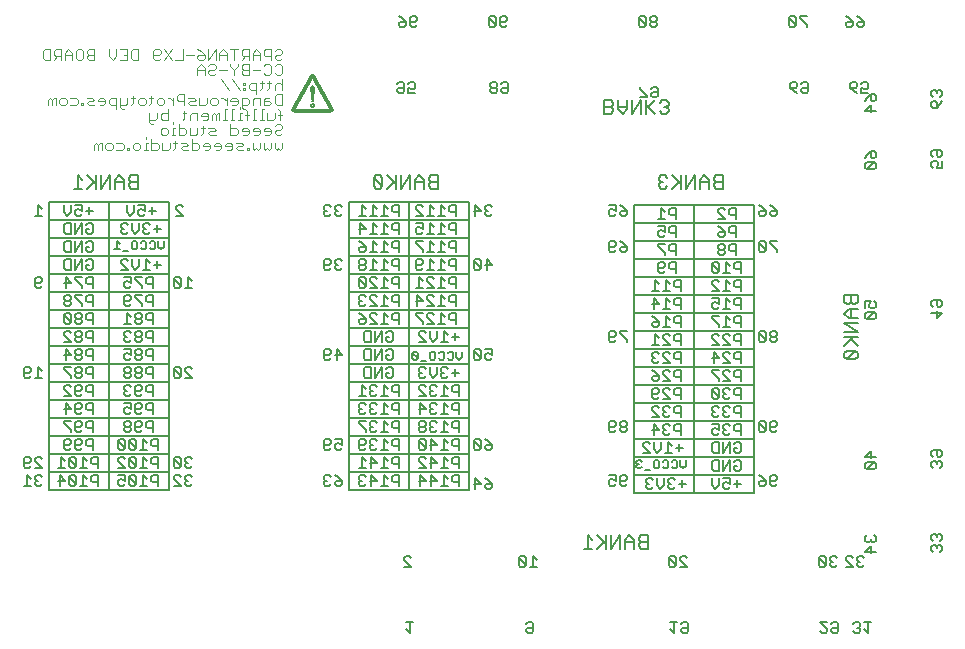
<source format=gbo>
G75*
G70*
%OFA0B0*%
%FSLAX24Y24*%
%IPPOS*%
%LPD*%
%AMOC8*
5,1,8,0,0,1.08239X$1,22.5*
%
%ADD10C,0.0050*%
%ADD11C,0.0080*%
%ADD12C,0.0060*%
%ADD13C,0.0120*%
%ADD14C,0.0030*%
D10*
X008127Y005377D02*
X008360Y005377D01*
X008244Y005377D02*
X008244Y005727D01*
X008360Y005610D01*
X008495Y005610D02*
X008553Y005552D01*
X008495Y005494D01*
X008495Y005435D01*
X008553Y005377D01*
X008670Y005377D01*
X008729Y005435D01*
X008612Y005552D02*
X008553Y005552D01*
X008495Y005610D02*
X008495Y005669D01*
X008553Y005727D01*
X008670Y005727D01*
X008729Y005669D01*
X008729Y005977D02*
X008495Y005977D01*
X008360Y006035D02*
X008302Y005977D01*
X008185Y005977D01*
X008127Y006035D01*
X008127Y006269D01*
X008185Y006327D01*
X008302Y006327D01*
X008360Y006269D01*
X008360Y006210D01*
X008302Y006152D01*
X008127Y006152D01*
X008495Y006210D02*
X008495Y006269D01*
X008553Y006327D01*
X008670Y006327D01*
X008729Y006269D01*
X008495Y006210D02*
X008729Y005977D01*
X009263Y005977D02*
X009497Y005977D01*
X009380Y005977D02*
X009380Y006327D01*
X009497Y006210D01*
X009632Y006269D02*
X009632Y006035D01*
X009690Y005977D01*
X009807Y005977D01*
X009865Y006035D01*
X009632Y006269D01*
X009690Y006327D01*
X009807Y006327D01*
X009865Y006269D01*
X009865Y006035D01*
X010000Y005977D02*
X010233Y005977D01*
X010117Y005977D02*
X010117Y006327D01*
X010233Y006210D01*
X010368Y006152D02*
X010427Y006094D01*
X010602Y006094D01*
X010602Y005977D02*
X010602Y006327D01*
X010427Y006327D01*
X010368Y006269D01*
X010368Y006152D01*
X010427Y005727D02*
X010368Y005669D01*
X010368Y005552D01*
X010427Y005494D01*
X010602Y005494D01*
X010602Y005377D02*
X010602Y005727D01*
X010427Y005727D01*
X010233Y005610D02*
X010117Y005727D01*
X010117Y005377D01*
X010233Y005377D02*
X010000Y005377D01*
X009865Y005435D02*
X009632Y005669D01*
X009632Y005435D01*
X009690Y005377D01*
X009807Y005377D01*
X009865Y005435D01*
X009865Y005669D01*
X009807Y005727D01*
X009690Y005727D01*
X009632Y005669D01*
X009497Y005552D02*
X009263Y005552D01*
X009322Y005377D02*
X009322Y005727D01*
X009497Y005552D01*
X011263Y005552D02*
X011263Y005435D01*
X011322Y005377D01*
X011439Y005377D01*
X011497Y005435D01*
X011497Y005552D02*
X011380Y005610D01*
X011322Y005610D01*
X011263Y005552D01*
X011263Y005727D02*
X011497Y005727D01*
X011497Y005552D01*
X011632Y005435D02*
X011690Y005377D01*
X011807Y005377D01*
X011865Y005435D01*
X011632Y005669D01*
X011632Y005435D01*
X011865Y005435D02*
X011865Y005669D01*
X011807Y005727D01*
X011690Y005727D01*
X011632Y005669D01*
X011690Y005977D02*
X011807Y005977D01*
X011865Y006035D01*
X011632Y006269D01*
X011632Y006035D01*
X011690Y005977D01*
X011865Y006035D02*
X011865Y006269D01*
X011807Y006327D01*
X011690Y006327D01*
X011632Y006269D01*
X011497Y006269D02*
X011439Y006327D01*
X011322Y006327D01*
X011263Y006269D01*
X011263Y006210D01*
X011497Y005977D01*
X011263Y005977D01*
X012000Y005977D02*
X012233Y005977D01*
X012117Y005977D02*
X012117Y006327D01*
X012233Y006210D01*
X012368Y006152D02*
X012427Y006094D01*
X012602Y006094D01*
X012602Y005977D02*
X012602Y006327D01*
X012427Y006327D01*
X012368Y006269D01*
X012368Y006152D01*
X012427Y005727D02*
X012368Y005669D01*
X012368Y005552D01*
X012427Y005494D01*
X012602Y005494D01*
X012602Y005377D02*
X012602Y005727D01*
X012427Y005727D01*
X012233Y005610D02*
X012117Y005727D01*
X012117Y005377D01*
X012233Y005377D02*
X012000Y005377D01*
X013127Y005377D02*
X013360Y005377D01*
X013127Y005610D01*
X013127Y005669D01*
X013185Y005727D01*
X013302Y005727D01*
X013360Y005669D01*
X013495Y005669D02*
X013495Y005610D01*
X013553Y005552D01*
X013495Y005494D01*
X013495Y005435D01*
X013553Y005377D01*
X013670Y005377D01*
X013729Y005435D01*
X013612Y005552D02*
X013553Y005552D01*
X013495Y005669D02*
X013553Y005727D01*
X013670Y005727D01*
X013729Y005669D01*
X013670Y005977D02*
X013729Y006035D01*
X013670Y005977D02*
X013553Y005977D01*
X013495Y006035D01*
X013495Y006094D01*
X013553Y006152D01*
X013612Y006152D01*
X013553Y006152D02*
X013495Y006210D01*
X013495Y006269D01*
X013553Y006327D01*
X013670Y006327D01*
X013729Y006269D01*
X013360Y006269D02*
X013360Y006035D01*
X013127Y006269D01*
X013127Y006035D01*
X013185Y005977D01*
X013302Y005977D01*
X013360Y006035D01*
X013360Y006269D02*
X013302Y006327D01*
X013185Y006327D01*
X013127Y006269D01*
X012602Y006577D02*
X012602Y006927D01*
X012427Y006927D01*
X012368Y006869D01*
X012368Y006752D01*
X012427Y006694D01*
X012602Y006694D01*
X012233Y006810D02*
X012117Y006927D01*
X012117Y006577D01*
X012233Y006577D02*
X012000Y006577D01*
X011865Y006635D02*
X011632Y006869D01*
X011632Y006635D01*
X011690Y006577D01*
X011807Y006577D01*
X011865Y006635D01*
X011865Y006869D01*
X011807Y006927D01*
X011690Y006927D01*
X011632Y006869D01*
X011497Y006869D02*
X011439Y006927D01*
X011322Y006927D01*
X011263Y006869D01*
X011497Y006635D01*
X011439Y006577D01*
X011322Y006577D01*
X011263Y006635D01*
X011263Y006869D01*
X011497Y006869D02*
X011497Y006635D01*
X011522Y007177D02*
X011639Y007177D01*
X011697Y007235D01*
X011697Y007294D01*
X011639Y007352D01*
X011522Y007352D01*
X011463Y007294D01*
X011463Y007235D01*
X011522Y007177D01*
X011522Y007352D02*
X011463Y007410D01*
X011463Y007469D01*
X011522Y007527D01*
X011639Y007527D01*
X011697Y007469D01*
X011697Y007410D01*
X011639Y007352D01*
X011832Y007352D02*
X012007Y007352D01*
X012065Y007410D01*
X012065Y007469D01*
X012007Y007527D01*
X011890Y007527D01*
X011832Y007469D01*
X011832Y007235D01*
X011890Y007177D01*
X012007Y007177D01*
X012065Y007235D01*
X012200Y007352D02*
X012258Y007294D01*
X012433Y007294D01*
X012433Y007177D02*
X012433Y007527D01*
X012258Y007527D01*
X012200Y007469D01*
X012200Y007352D01*
X012007Y007777D02*
X011890Y007777D01*
X011832Y007835D01*
X011832Y008069D01*
X011890Y008127D01*
X012007Y008127D01*
X012065Y008069D01*
X012065Y008010D01*
X012007Y007952D01*
X011832Y007952D01*
X011697Y007952D02*
X011580Y008010D01*
X011522Y008010D01*
X011463Y007952D01*
X011463Y007835D01*
X011522Y007777D01*
X011639Y007777D01*
X011697Y007835D01*
X011697Y007952D02*
X011697Y008127D01*
X011463Y008127D01*
X011522Y008377D02*
X011639Y008377D01*
X011697Y008435D01*
X011832Y008435D02*
X011890Y008377D01*
X012007Y008377D01*
X012065Y008435D01*
X012007Y008552D02*
X011832Y008552D01*
X011832Y008435D02*
X011832Y008669D01*
X011890Y008727D01*
X012007Y008727D01*
X012065Y008669D01*
X012065Y008610D01*
X012007Y008552D01*
X012200Y008552D02*
X012200Y008669D01*
X012258Y008727D01*
X012433Y008727D01*
X012433Y008377D01*
X012433Y008494D02*
X012258Y008494D01*
X012200Y008552D01*
X012258Y008127D02*
X012200Y008069D01*
X012200Y007952D01*
X012258Y007894D01*
X012433Y007894D01*
X012433Y007777D02*
X012433Y008127D01*
X012258Y008127D01*
X012065Y007835D02*
X012007Y007777D01*
X011522Y008377D02*
X011463Y008435D01*
X011463Y008494D01*
X011522Y008552D01*
X011580Y008552D01*
X011522Y008552D02*
X011463Y008610D01*
X011463Y008669D01*
X011522Y008727D01*
X011639Y008727D01*
X011697Y008669D01*
X011639Y008977D02*
X011697Y009035D01*
X011697Y009094D01*
X011639Y009152D01*
X011522Y009152D01*
X011463Y009094D01*
X011463Y009035D01*
X011522Y008977D01*
X011639Y008977D01*
X011639Y009152D02*
X011697Y009210D01*
X011697Y009269D01*
X011639Y009327D01*
X011522Y009327D01*
X011463Y009269D01*
X011463Y009210D01*
X011522Y009152D01*
X011832Y009210D02*
X011832Y009269D01*
X011890Y009327D01*
X012007Y009327D01*
X012065Y009269D01*
X012065Y009210D01*
X012007Y009152D01*
X011890Y009152D01*
X011832Y009094D01*
X011832Y009035D01*
X011890Y008977D01*
X012007Y008977D01*
X012065Y009035D01*
X012065Y009094D01*
X012007Y009152D01*
X011890Y009152D02*
X011832Y009210D01*
X012200Y009269D02*
X012200Y009152D01*
X012258Y009094D01*
X012433Y009094D01*
X012433Y008977D02*
X012433Y009327D01*
X012258Y009327D01*
X012200Y009269D01*
X012007Y009577D02*
X012065Y009635D01*
X012065Y009694D01*
X012007Y009752D01*
X011890Y009752D01*
X011832Y009694D01*
X011832Y009635D01*
X011890Y009577D01*
X012007Y009577D01*
X012007Y009752D02*
X012065Y009810D01*
X012065Y009869D01*
X012007Y009927D01*
X011890Y009927D01*
X011832Y009869D01*
X011832Y009810D01*
X011890Y009752D01*
X011697Y009752D02*
X011697Y009927D01*
X011463Y009927D01*
X011522Y009810D02*
X011463Y009752D01*
X011463Y009635D01*
X011522Y009577D01*
X011639Y009577D01*
X011697Y009635D01*
X011697Y009752D02*
X011580Y009810D01*
X011522Y009810D01*
X011522Y010177D02*
X011639Y010177D01*
X011697Y010235D01*
X011832Y010235D02*
X011890Y010177D01*
X012007Y010177D01*
X012065Y010235D01*
X012065Y010294D01*
X012007Y010352D01*
X011890Y010352D01*
X011832Y010294D01*
X011832Y010235D01*
X011890Y010352D02*
X011832Y010410D01*
X011832Y010469D01*
X011890Y010527D01*
X012007Y010527D01*
X012065Y010469D01*
X012065Y010410D01*
X012007Y010352D01*
X012200Y010352D02*
X012258Y010294D01*
X012433Y010294D01*
X012433Y010177D02*
X012433Y010527D01*
X012258Y010527D01*
X012200Y010469D01*
X012200Y010352D01*
X012258Y009927D02*
X012200Y009869D01*
X012200Y009752D01*
X012258Y009694D01*
X012433Y009694D01*
X012433Y009577D02*
X012433Y009927D01*
X012258Y009927D01*
X011522Y010177D02*
X011463Y010235D01*
X011463Y010294D01*
X011522Y010352D01*
X011580Y010352D01*
X011522Y010352D02*
X011463Y010410D01*
X011463Y010469D01*
X011522Y010527D01*
X011639Y010527D01*
X011697Y010469D01*
X011697Y010777D02*
X011463Y010777D01*
X011580Y010777D02*
X011580Y011127D01*
X011697Y011010D01*
X011832Y011010D02*
X011890Y010952D01*
X012007Y010952D01*
X012065Y011010D01*
X012065Y011069D01*
X012007Y011127D01*
X011890Y011127D01*
X011832Y011069D01*
X011832Y011010D01*
X011890Y010952D02*
X011832Y010894D01*
X011832Y010835D01*
X011890Y010777D01*
X012007Y010777D01*
X012065Y010835D01*
X012065Y010894D01*
X012007Y010952D01*
X012200Y010952D02*
X012200Y011069D01*
X012258Y011127D01*
X012433Y011127D01*
X012433Y010777D01*
X012433Y010894D02*
X012258Y010894D01*
X012200Y010952D01*
X012065Y011377D02*
X012065Y011435D01*
X011832Y011669D01*
X011832Y011727D01*
X012065Y011727D01*
X012200Y011669D02*
X012200Y011552D01*
X012258Y011494D01*
X012433Y011494D01*
X012433Y011377D02*
X012433Y011727D01*
X012258Y011727D01*
X012200Y011669D01*
X012065Y011977D02*
X012065Y012035D01*
X011832Y012269D01*
X011832Y012327D01*
X012065Y012327D01*
X012200Y012269D02*
X012200Y012152D01*
X012258Y012094D01*
X012433Y012094D01*
X012433Y011977D02*
X012433Y012327D01*
X012258Y012327D01*
X012200Y012269D01*
X012217Y012577D02*
X012217Y012927D01*
X012333Y012810D01*
X012468Y012752D02*
X012702Y012752D01*
X012585Y012869D02*
X012585Y012635D01*
X012333Y012577D02*
X012100Y012577D01*
X011965Y012694D02*
X011848Y012577D01*
X011732Y012694D01*
X011732Y012927D01*
X011597Y012869D02*
X011539Y012927D01*
X011422Y012927D01*
X011363Y012869D01*
X011363Y012810D01*
X011597Y012577D01*
X011363Y012577D01*
X011463Y012327D02*
X011697Y012327D01*
X011697Y012152D01*
X011580Y012210D01*
X011522Y012210D01*
X011463Y012152D01*
X011463Y012035D01*
X011522Y011977D01*
X011639Y011977D01*
X011697Y012035D01*
X011639Y011727D02*
X011697Y011669D01*
X011697Y011610D01*
X011639Y011552D01*
X011463Y011552D01*
X011463Y011435D02*
X011463Y011669D01*
X011522Y011727D01*
X011639Y011727D01*
X011697Y011435D02*
X011639Y011377D01*
X011522Y011377D01*
X011463Y011435D01*
X010433Y011377D02*
X010433Y011727D01*
X010258Y011727D01*
X010200Y011669D01*
X010200Y011552D01*
X010258Y011494D01*
X010433Y011494D01*
X010065Y011435D02*
X010065Y011377D01*
X010065Y011435D02*
X009832Y011669D01*
X009832Y011727D01*
X010065Y011727D01*
X010065Y011977D02*
X010065Y012035D01*
X009832Y012269D01*
X009832Y012327D01*
X010065Y012327D01*
X010200Y012269D02*
X010200Y012152D01*
X010258Y012094D01*
X010433Y012094D01*
X010433Y011977D02*
X010433Y012327D01*
X010258Y012327D01*
X010200Y012269D01*
X010258Y012577D02*
X010200Y012635D01*
X010200Y012752D01*
X010317Y012752D01*
X010433Y012869D02*
X010433Y012635D01*
X010375Y012577D01*
X010258Y012577D01*
X010065Y012577D02*
X010065Y012927D01*
X009832Y012577D01*
X009832Y012927D01*
X009697Y012927D02*
X009522Y012927D01*
X009463Y012869D01*
X009463Y012635D01*
X009522Y012577D01*
X009697Y012577D01*
X009697Y012927D01*
X009697Y013177D02*
X009522Y013177D01*
X009463Y013235D01*
X009463Y013469D01*
X009522Y013527D01*
X009697Y013527D01*
X009697Y013177D01*
X009832Y013177D02*
X009832Y013527D01*
X010065Y013527D02*
X009832Y013177D01*
X010065Y013177D02*
X010065Y013527D01*
X010200Y013469D02*
X010258Y013527D01*
X010375Y013527D01*
X010433Y013469D01*
X010433Y013235D01*
X010375Y013177D01*
X010258Y013177D01*
X010200Y013235D01*
X010200Y013352D01*
X010317Y013352D01*
X010375Y012927D02*
X010433Y012869D01*
X010375Y012927D02*
X010258Y012927D01*
X010200Y012869D01*
X009522Y012327D02*
X009697Y012152D01*
X009463Y012152D01*
X009522Y011977D02*
X009522Y012327D01*
X008729Y012269D02*
X008729Y012210D01*
X008670Y012152D01*
X008495Y012152D01*
X008495Y012035D02*
X008495Y012269D01*
X008553Y012327D01*
X008670Y012327D01*
X008729Y012269D01*
X008729Y012035D02*
X008670Y011977D01*
X008553Y011977D01*
X008495Y012035D01*
X009463Y011669D02*
X009463Y011610D01*
X009522Y011552D01*
X009639Y011552D01*
X009697Y011610D01*
X009697Y011669D01*
X009639Y011727D01*
X009522Y011727D01*
X009463Y011669D01*
X009522Y011552D02*
X009463Y011494D01*
X009463Y011435D01*
X009522Y011377D01*
X009639Y011377D01*
X009697Y011435D01*
X009697Y011494D01*
X009639Y011552D01*
X009639Y011127D02*
X009522Y011127D01*
X009463Y011069D01*
X009697Y010835D01*
X009639Y010777D01*
X009522Y010777D01*
X009463Y010835D01*
X009463Y011069D01*
X009639Y011127D02*
X009697Y011069D01*
X009697Y010835D01*
X009832Y010835D02*
X009890Y010777D01*
X010007Y010777D01*
X010065Y010835D01*
X010065Y010894D01*
X010007Y010952D01*
X009890Y010952D01*
X009832Y010894D01*
X009832Y010835D01*
X009890Y010952D02*
X009832Y011010D01*
X009832Y011069D01*
X009890Y011127D01*
X010007Y011127D01*
X010065Y011069D01*
X010065Y011010D01*
X010007Y010952D01*
X010200Y010952D02*
X010200Y011069D01*
X010258Y011127D01*
X010433Y011127D01*
X010433Y010777D01*
X010433Y010894D02*
X010258Y010894D01*
X010200Y010952D01*
X010258Y010527D02*
X010200Y010469D01*
X010200Y010352D01*
X010258Y010294D01*
X010433Y010294D01*
X010433Y010177D02*
X010433Y010527D01*
X010258Y010527D01*
X010065Y010469D02*
X010065Y010410D01*
X010007Y010352D01*
X009890Y010352D01*
X009832Y010294D01*
X009832Y010235D01*
X009890Y010177D01*
X010007Y010177D01*
X010065Y010235D01*
X010065Y010294D01*
X010007Y010352D01*
X009890Y010352D02*
X009832Y010410D01*
X009832Y010469D01*
X009890Y010527D01*
X010007Y010527D01*
X010065Y010469D01*
X009697Y010469D02*
X009639Y010527D01*
X009522Y010527D01*
X009463Y010469D01*
X009463Y010410D01*
X009697Y010177D01*
X009463Y010177D01*
X009522Y009927D02*
X009697Y009752D01*
X009463Y009752D01*
X009522Y009577D02*
X009522Y009927D01*
X009832Y009869D02*
X009832Y009810D01*
X009890Y009752D01*
X010007Y009752D01*
X010065Y009810D01*
X010065Y009869D01*
X010007Y009927D01*
X009890Y009927D01*
X009832Y009869D01*
X009890Y009752D02*
X009832Y009694D01*
X009832Y009635D01*
X009890Y009577D01*
X010007Y009577D01*
X010065Y009635D01*
X010065Y009694D01*
X010007Y009752D01*
X010200Y009752D02*
X010258Y009694D01*
X010433Y009694D01*
X010433Y009577D02*
X010433Y009927D01*
X010258Y009927D01*
X010200Y009869D01*
X010200Y009752D01*
X010258Y009327D02*
X010200Y009269D01*
X010200Y009152D01*
X010258Y009094D01*
X010433Y009094D01*
X010433Y008977D02*
X010433Y009327D01*
X010258Y009327D01*
X010065Y009269D02*
X010065Y009210D01*
X010007Y009152D01*
X009890Y009152D01*
X009832Y009094D01*
X009832Y009035D01*
X009890Y008977D01*
X010007Y008977D01*
X010065Y009035D01*
X010065Y009094D01*
X010007Y009152D01*
X009890Y009152D02*
X009832Y009210D01*
X009832Y009269D01*
X009890Y009327D01*
X010007Y009327D01*
X010065Y009269D01*
X009697Y009327D02*
X009463Y009327D01*
X009463Y009269D01*
X009697Y009035D01*
X009697Y008977D01*
X009639Y008727D02*
X009697Y008669D01*
X009639Y008727D02*
X009522Y008727D01*
X009463Y008669D01*
X009463Y008610D01*
X009697Y008377D01*
X009463Y008377D01*
X009522Y008127D02*
X009697Y007952D01*
X009463Y007952D01*
X009522Y007777D02*
X009522Y008127D01*
X009832Y008069D02*
X009832Y007835D01*
X009890Y007777D01*
X010007Y007777D01*
X010065Y007835D01*
X010007Y007952D02*
X009832Y007952D01*
X009832Y008069D02*
X009890Y008127D01*
X010007Y008127D01*
X010065Y008069D01*
X010065Y008010D01*
X010007Y007952D01*
X010200Y007952D02*
X010200Y008069D01*
X010258Y008127D01*
X010433Y008127D01*
X010433Y007777D01*
X010433Y007894D02*
X010258Y007894D01*
X010200Y007952D01*
X010258Y007527D02*
X010200Y007469D01*
X010200Y007352D01*
X010258Y007294D01*
X010433Y007294D01*
X010433Y007177D02*
X010433Y007527D01*
X010258Y007527D01*
X010065Y007469D02*
X010065Y007410D01*
X010007Y007352D01*
X009832Y007352D01*
X009832Y007235D02*
X009832Y007469D01*
X009890Y007527D01*
X010007Y007527D01*
X010065Y007469D01*
X010065Y007235D02*
X010007Y007177D01*
X009890Y007177D01*
X009832Y007235D01*
X009697Y007235D02*
X009463Y007469D01*
X009463Y007527D01*
X009697Y007527D01*
X009697Y007235D02*
X009697Y007177D01*
X009639Y006927D02*
X009697Y006869D01*
X009697Y006810D01*
X009639Y006752D01*
X009463Y006752D01*
X009463Y006635D02*
X009463Y006869D01*
X009522Y006927D01*
X009639Y006927D01*
X009832Y006869D02*
X009890Y006927D01*
X010007Y006927D01*
X010065Y006869D01*
X010065Y006810D01*
X010007Y006752D01*
X009832Y006752D01*
X009832Y006635D02*
X009832Y006869D01*
X009832Y006635D02*
X009890Y006577D01*
X010007Y006577D01*
X010065Y006635D01*
X010200Y006752D02*
X010258Y006694D01*
X010433Y006694D01*
X010433Y006577D02*
X010433Y006927D01*
X010258Y006927D01*
X010200Y006869D01*
X010200Y006752D01*
X009697Y006635D02*
X009639Y006577D01*
X009522Y006577D01*
X009463Y006635D01*
X009890Y008377D02*
X009832Y008435D01*
X009832Y008669D01*
X009890Y008727D01*
X010007Y008727D01*
X010065Y008669D01*
X010065Y008610D01*
X010007Y008552D01*
X009832Y008552D01*
X009890Y008377D02*
X010007Y008377D01*
X010065Y008435D01*
X010200Y008552D02*
X010200Y008669D01*
X010258Y008727D01*
X010433Y008727D01*
X010433Y008377D01*
X010433Y008494D02*
X010258Y008494D01*
X010200Y008552D01*
X008729Y008977D02*
X008495Y008977D01*
X008612Y008977D02*
X008612Y009327D01*
X008729Y009210D01*
X008360Y009210D02*
X008360Y009269D01*
X008302Y009327D01*
X008185Y009327D01*
X008127Y009269D01*
X008127Y009035D01*
X008185Y008977D01*
X008302Y008977D01*
X008360Y009035D01*
X008302Y009152D02*
X008127Y009152D01*
X008302Y009152D02*
X008360Y009210D01*
X013127Y009269D02*
X013127Y009035D01*
X013185Y008977D01*
X013302Y008977D01*
X013360Y009035D01*
X013127Y009269D01*
X013185Y009327D01*
X013302Y009327D01*
X013360Y009269D01*
X013360Y009035D01*
X013495Y008977D02*
X013729Y008977D01*
X013495Y009210D01*
X013495Y009269D01*
X013553Y009327D01*
X013670Y009327D01*
X013729Y009269D01*
X018127Y009635D02*
X018127Y009869D01*
X018185Y009927D01*
X018302Y009927D01*
X018360Y009869D01*
X018360Y009810D01*
X018302Y009752D01*
X018127Y009752D01*
X018127Y009635D02*
X018185Y009577D01*
X018302Y009577D01*
X018360Y009635D01*
X018495Y009752D02*
X018729Y009752D01*
X018553Y009927D01*
X018553Y009577D01*
X019458Y009635D02*
X019458Y009869D01*
X019517Y009927D01*
X019692Y009927D01*
X019692Y009577D01*
X019517Y009577D01*
X019458Y009635D01*
X019517Y009327D02*
X019692Y009327D01*
X019692Y008977D01*
X019517Y008977D01*
X019458Y009035D01*
X019458Y009269D01*
X019517Y009327D01*
X019827Y009327D02*
X019827Y008977D01*
X020060Y009327D01*
X020060Y008977D01*
X020195Y009035D02*
X020253Y008977D01*
X020370Y008977D01*
X020429Y009035D01*
X020429Y009269D01*
X020370Y009327D01*
X020253Y009327D01*
X020195Y009269D01*
X020195Y009152D02*
X020312Y009152D01*
X020195Y009152D02*
X020195Y009035D01*
X020144Y008727D02*
X020144Y008377D01*
X020260Y008377D02*
X020027Y008377D01*
X019892Y008435D02*
X019834Y008377D01*
X019717Y008377D01*
X019658Y008435D01*
X019658Y008494D01*
X019717Y008552D01*
X019775Y008552D01*
X019717Y008552D02*
X019658Y008610D01*
X019658Y008669D01*
X019717Y008727D01*
X019834Y008727D01*
X019892Y008669D01*
X020144Y008727D02*
X020260Y008610D01*
X020395Y008552D02*
X020453Y008494D01*
X020629Y008494D01*
X020629Y008377D02*
X020629Y008727D01*
X020453Y008727D01*
X020395Y008669D01*
X020395Y008552D01*
X020453Y008127D02*
X020395Y008069D01*
X020395Y007952D01*
X020453Y007894D01*
X020629Y007894D01*
X020629Y007777D02*
X020629Y008127D01*
X020453Y008127D01*
X020260Y008010D02*
X020144Y008127D01*
X020144Y007777D01*
X020260Y007777D02*
X020027Y007777D01*
X019892Y007835D02*
X019834Y007777D01*
X019717Y007777D01*
X019658Y007835D01*
X019658Y007894D01*
X019717Y007952D01*
X019775Y007952D01*
X019717Y007952D02*
X019658Y008010D01*
X019658Y008069D01*
X019717Y008127D01*
X019834Y008127D01*
X019892Y008069D01*
X019524Y008069D02*
X019465Y008127D01*
X019349Y008127D01*
X019290Y008069D01*
X019290Y008010D01*
X019349Y007952D01*
X019290Y007894D01*
X019290Y007835D01*
X019349Y007777D01*
X019465Y007777D01*
X019524Y007835D01*
X019407Y007952D02*
X019349Y007952D01*
X019290Y007527D02*
X019290Y007469D01*
X019524Y007235D01*
X019524Y007177D01*
X019658Y007235D02*
X019717Y007177D01*
X019834Y007177D01*
X019892Y007235D01*
X020027Y007177D02*
X020260Y007177D01*
X020144Y007177D02*
X020144Y007527D01*
X020260Y007410D01*
X020395Y007352D02*
X020453Y007294D01*
X020629Y007294D01*
X020629Y007177D02*
X020629Y007527D01*
X020453Y007527D01*
X020395Y007469D01*
X020395Y007352D01*
X020453Y006927D02*
X020395Y006869D01*
X020395Y006752D01*
X020453Y006694D01*
X020629Y006694D01*
X020629Y006577D02*
X020629Y006927D01*
X020453Y006927D01*
X020260Y006810D02*
X020144Y006927D01*
X020144Y006577D01*
X020260Y006577D02*
X020027Y006577D01*
X019892Y006635D02*
X019834Y006577D01*
X019717Y006577D01*
X019658Y006635D01*
X019658Y006694D01*
X019717Y006752D01*
X019775Y006752D01*
X019717Y006752D02*
X019658Y006810D01*
X019658Y006869D01*
X019717Y006927D01*
X019834Y006927D01*
X019892Y006869D01*
X019524Y006869D02*
X019465Y006927D01*
X019349Y006927D01*
X019290Y006869D01*
X019290Y006635D01*
X019349Y006577D01*
X019465Y006577D01*
X019524Y006635D01*
X019465Y006752D02*
X019290Y006752D01*
X019465Y006752D02*
X019524Y006810D01*
X019524Y006869D01*
X019658Y007235D02*
X019658Y007294D01*
X019717Y007352D01*
X019775Y007352D01*
X019717Y007352D02*
X019658Y007410D01*
X019658Y007469D01*
X019717Y007527D01*
X019834Y007527D01*
X019892Y007469D01*
X019524Y007527D02*
X019290Y007527D01*
X018729Y006927D02*
X018729Y006752D01*
X018612Y006810D01*
X018553Y006810D01*
X018495Y006752D01*
X018495Y006635D01*
X018553Y006577D01*
X018670Y006577D01*
X018729Y006635D01*
X018360Y006635D02*
X018302Y006577D01*
X018185Y006577D01*
X018127Y006635D01*
X018127Y006869D01*
X018185Y006927D01*
X018302Y006927D01*
X018360Y006869D01*
X018360Y006810D01*
X018302Y006752D01*
X018127Y006752D01*
X018495Y006927D02*
X018729Y006927D01*
X019407Y006327D02*
X019407Y005977D01*
X019524Y005977D02*
X019290Y005977D01*
X019349Y005727D02*
X019290Y005669D01*
X019290Y005610D01*
X019349Y005552D01*
X019290Y005494D01*
X019290Y005435D01*
X019349Y005377D01*
X019465Y005377D01*
X019524Y005435D01*
X019407Y005552D02*
X019349Y005552D01*
X019349Y005727D02*
X019465Y005727D01*
X019524Y005669D01*
X019658Y005552D02*
X019892Y005552D01*
X019717Y005727D01*
X019717Y005377D01*
X020027Y005377D02*
X020260Y005377D01*
X020144Y005377D02*
X020144Y005727D01*
X020260Y005610D01*
X020395Y005552D02*
X020453Y005494D01*
X020629Y005494D01*
X020629Y005377D02*
X020629Y005727D01*
X020453Y005727D01*
X020395Y005669D01*
X020395Y005552D01*
X020260Y005977D02*
X020027Y005977D01*
X020144Y005977D02*
X020144Y006327D01*
X020260Y006210D01*
X020395Y006152D02*
X020395Y006269D01*
X020453Y006327D01*
X020629Y006327D01*
X020629Y005977D01*
X020629Y006094D02*
X020453Y006094D01*
X020395Y006152D01*
X019892Y006152D02*
X019658Y006152D01*
X019524Y006210D02*
X019407Y006327D01*
X019717Y006327D02*
X019892Y006152D01*
X019717Y005977D02*
X019717Y006327D01*
X018729Y005552D02*
X018612Y005669D01*
X018495Y005727D01*
X018360Y005669D02*
X018302Y005727D01*
X018185Y005727D01*
X018127Y005669D01*
X018127Y005610D01*
X018185Y005552D01*
X018127Y005494D01*
X018127Y005435D01*
X018185Y005377D01*
X018302Y005377D01*
X018360Y005435D01*
X018495Y005435D02*
X018495Y005494D01*
X018553Y005552D01*
X018729Y005552D01*
X018729Y005435D01*
X018670Y005377D01*
X018553Y005377D01*
X018495Y005435D01*
X018244Y005552D02*
X018185Y005552D01*
X021290Y005552D02*
X021524Y005552D01*
X021349Y005727D01*
X021349Y005377D01*
X021658Y005552D02*
X021892Y005552D01*
X021717Y005727D01*
X021717Y005377D01*
X022027Y005377D02*
X022260Y005377D01*
X022144Y005377D02*
X022144Y005727D01*
X022260Y005610D01*
X022395Y005552D02*
X022453Y005494D01*
X022629Y005494D01*
X022629Y005377D02*
X022629Y005727D01*
X022453Y005727D01*
X022395Y005669D01*
X022395Y005552D01*
X022260Y005977D02*
X022027Y005977D01*
X022144Y005977D02*
X022144Y006327D01*
X022260Y006210D01*
X022395Y006152D02*
X022395Y006269D01*
X022453Y006327D01*
X022629Y006327D01*
X022629Y005977D01*
X022629Y006094D02*
X022453Y006094D01*
X022395Y006152D01*
X022260Y006577D02*
X022027Y006577D01*
X022144Y006577D02*
X022144Y006927D01*
X022260Y006810D01*
X022395Y006752D02*
X022453Y006694D01*
X022629Y006694D01*
X022629Y006577D02*
X022629Y006927D01*
X022453Y006927D01*
X022395Y006869D01*
X022395Y006752D01*
X022260Y007177D02*
X022027Y007177D01*
X022144Y007177D02*
X022144Y007527D01*
X022260Y007410D01*
X022395Y007352D02*
X022453Y007294D01*
X022629Y007294D01*
X022629Y007177D02*
X022629Y007527D01*
X022453Y007527D01*
X022395Y007469D01*
X022395Y007352D01*
X022260Y007777D02*
X022027Y007777D01*
X022144Y007777D02*
X022144Y008127D01*
X022260Y008010D01*
X022395Y007952D02*
X022453Y007894D01*
X022629Y007894D01*
X022629Y007777D02*
X022629Y008127D01*
X022453Y008127D01*
X022395Y008069D01*
X022395Y007952D01*
X022260Y008377D02*
X022027Y008377D01*
X022144Y008377D02*
X022144Y008727D01*
X022260Y008610D01*
X022395Y008552D02*
X022453Y008494D01*
X022629Y008494D01*
X022629Y008377D02*
X022629Y008727D01*
X022453Y008727D01*
X022395Y008669D01*
X022395Y008552D01*
X022202Y008977D02*
X022260Y009035D01*
X022202Y008977D02*
X022085Y008977D01*
X022027Y009035D01*
X022027Y009094D01*
X022085Y009152D01*
X022144Y009152D01*
X022085Y009152D02*
X022027Y009210D01*
X022027Y009269D01*
X022085Y009327D01*
X022202Y009327D01*
X022260Y009269D01*
X022395Y009152D02*
X022629Y009152D01*
X022512Y009269D02*
X022512Y009035D01*
X022389Y009577D02*
X022299Y009577D01*
X022254Y009622D01*
X022139Y009622D02*
X022094Y009577D01*
X022004Y009577D01*
X021959Y009622D01*
X021845Y009622D02*
X021845Y009802D01*
X021800Y009847D01*
X021710Y009847D01*
X021664Y009802D01*
X021664Y009622D01*
X021710Y009577D01*
X021800Y009577D01*
X021845Y009622D01*
X021959Y009802D02*
X022004Y009847D01*
X022094Y009847D01*
X022139Y009802D01*
X022139Y009622D01*
X022254Y009802D02*
X022299Y009847D01*
X022389Y009847D01*
X022434Y009802D01*
X022434Y009622D01*
X022389Y009577D01*
X022548Y009667D02*
X022548Y009847D01*
X022548Y009667D02*
X022639Y009577D01*
X022729Y009667D01*
X022729Y009847D01*
X023127Y009869D02*
X023360Y009635D01*
X023302Y009577D01*
X023185Y009577D01*
X023127Y009635D01*
X023127Y009869D01*
X023185Y009927D01*
X023302Y009927D01*
X023360Y009869D01*
X023360Y009635D01*
X023495Y009635D02*
X023553Y009577D01*
X023670Y009577D01*
X023729Y009635D01*
X023729Y009752D02*
X023612Y009810D01*
X023553Y009810D01*
X023495Y009752D01*
X023495Y009635D01*
X023729Y009752D02*
X023729Y009927D01*
X023495Y009927D01*
X022629Y010352D02*
X022395Y010352D01*
X022260Y010410D02*
X022144Y010527D01*
X022144Y010177D01*
X022260Y010177D02*
X022027Y010177D01*
X021892Y010294D02*
X021892Y010527D01*
X021892Y010294D02*
X021775Y010177D01*
X021658Y010294D01*
X021658Y010527D01*
X021524Y010469D02*
X021465Y010527D01*
X021349Y010527D01*
X021290Y010469D01*
X021290Y010410D01*
X021524Y010177D01*
X021290Y010177D01*
X021210Y009847D02*
X021120Y009847D01*
X021075Y009802D01*
X021255Y009622D01*
X021210Y009577D01*
X021120Y009577D01*
X021075Y009622D01*
X021075Y009802D01*
X021210Y009847D02*
X021255Y009802D01*
X021255Y009622D01*
X021370Y009532D02*
X021550Y009532D01*
X021465Y009327D02*
X021349Y009327D01*
X021290Y009269D01*
X021290Y009210D01*
X021349Y009152D01*
X021290Y009094D01*
X021290Y009035D01*
X021349Y008977D01*
X021465Y008977D01*
X021524Y009035D01*
X021658Y009094D02*
X021775Y008977D01*
X021892Y009094D01*
X021892Y009327D01*
X021658Y009327D02*
X021658Y009094D01*
X021524Y009269D02*
X021465Y009327D01*
X021407Y009152D02*
X021349Y009152D01*
X021349Y008727D02*
X021465Y008727D01*
X021524Y008669D01*
X021658Y008669D02*
X021658Y008610D01*
X021717Y008552D01*
X021658Y008494D01*
X021658Y008435D01*
X021717Y008377D01*
X021834Y008377D01*
X021892Y008435D01*
X021775Y008552D02*
X021717Y008552D01*
X021658Y008669D02*
X021717Y008727D01*
X021834Y008727D01*
X021892Y008669D01*
X021524Y008377D02*
X021290Y008610D01*
X021290Y008669D01*
X021349Y008727D01*
X021290Y008377D02*
X021524Y008377D01*
X021349Y008127D02*
X021524Y007952D01*
X021290Y007952D01*
X021349Y007777D02*
X021349Y008127D01*
X021658Y008069D02*
X021658Y008010D01*
X021717Y007952D01*
X021658Y007894D01*
X021658Y007835D01*
X021717Y007777D01*
X021834Y007777D01*
X021892Y007835D01*
X021775Y007952D02*
X021717Y007952D01*
X021658Y008069D02*
X021717Y008127D01*
X021834Y008127D01*
X021892Y008069D01*
X021834Y007527D02*
X021717Y007527D01*
X021658Y007469D01*
X021658Y007410D01*
X021717Y007352D01*
X021658Y007294D01*
X021658Y007235D01*
X021717Y007177D01*
X021834Y007177D01*
X021892Y007235D01*
X021775Y007352D02*
X021717Y007352D01*
X021524Y007294D02*
X021465Y007352D01*
X021349Y007352D01*
X021290Y007294D01*
X021290Y007235D01*
X021349Y007177D01*
X021465Y007177D01*
X021524Y007235D01*
X021524Y007294D01*
X021465Y007352D02*
X021524Y007410D01*
X021524Y007469D01*
X021465Y007527D01*
X021349Y007527D01*
X021290Y007469D01*
X021290Y007410D01*
X021349Y007352D01*
X021834Y007527D02*
X021892Y007469D01*
X021717Y006927D02*
X021892Y006752D01*
X021658Y006752D01*
X021524Y006635D02*
X021290Y006869D01*
X021290Y006635D01*
X021349Y006577D01*
X021465Y006577D01*
X021524Y006635D01*
X021524Y006869D01*
X021465Y006927D01*
X021349Y006927D01*
X021290Y006869D01*
X021717Y006927D02*
X021717Y006577D01*
X021717Y006327D02*
X021892Y006152D01*
X021658Y006152D01*
X021524Y006269D02*
X021465Y006327D01*
X021349Y006327D01*
X021290Y006269D01*
X021290Y006210D01*
X021524Y005977D01*
X021290Y005977D01*
X021717Y005977D02*
X021717Y006327D01*
X023127Y006635D02*
X023185Y006577D01*
X023302Y006577D01*
X023360Y006635D01*
X023127Y006869D01*
X023127Y006635D01*
X023360Y006635D02*
X023360Y006869D01*
X023302Y006927D01*
X023185Y006927D01*
X023127Y006869D01*
X023495Y006927D02*
X023612Y006869D01*
X023729Y006752D01*
X023553Y006752D01*
X023495Y006694D01*
X023495Y006635D01*
X023553Y006577D01*
X023670Y006577D01*
X023729Y006635D01*
X023729Y006752D01*
X023495Y005627D02*
X023612Y005569D01*
X023729Y005452D01*
X023553Y005452D01*
X023495Y005394D01*
X023495Y005335D01*
X023553Y005277D01*
X023670Y005277D01*
X023729Y005335D01*
X023729Y005452D01*
X023360Y005452D02*
X023185Y005627D01*
X023185Y005277D01*
X023127Y005452D02*
X023360Y005452D01*
X024685Y003027D02*
X024627Y002969D01*
X024860Y002735D01*
X024802Y002677D01*
X024685Y002677D01*
X024627Y002735D01*
X024627Y002969D01*
X024685Y003027D02*
X024802Y003027D01*
X024860Y002969D01*
X024860Y002735D01*
X024995Y002677D02*
X025229Y002677D01*
X025112Y002677D02*
X025112Y003027D01*
X025229Y002910D01*
X025054Y000827D02*
X025112Y000769D01*
X025112Y000535D01*
X025054Y000477D01*
X024937Y000477D01*
X024879Y000535D01*
X024879Y000593D01*
X024937Y000652D01*
X025112Y000652D01*
X025054Y000827D02*
X024937Y000827D01*
X024879Y000769D01*
X021112Y000827D02*
X020879Y000827D01*
X020995Y000827D02*
X020995Y000477D01*
X020879Y000593D01*
X020795Y002677D02*
X021029Y002677D01*
X020795Y002910D01*
X020795Y002969D01*
X020853Y003027D01*
X020970Y003027D01*
X021029Y002969D01*
X027627Y005435D02*
X027685Y005377D01*
X027802Y005377D01*
X027860Y005435D01*
X027860Y005552D02*
X027744Y005610D01*
X027685Y005610D01*
X027627Y005552D01*
X027627Y005435D01*
X027860Y005552D02*
X027860Y005727D01*
X027627Y005727D01*
X027995Y005669D02*
X027995Y005435D01*
X028053Y005377D01*
X028170Y005377D01*
X028229Y005435D01*
X028170Y005552D02*
X028229Y005610D01*
X028229Y005669D01*
X028170Y005727D01*
X028053Y005727D01*
X027995Y005669D01*
X027995Y005552D02*
X028170Y005552D01*
X028588Y005957D02*
X028678Y005957D01*
X028723Y006002D01*
X028633Y006092D02*
X028588Y006092D01*
X028543Y006047D01*
X028543Y006002D01*
X028588Y005957D01*
X028588Y006092D02*
X028543Y006137D01*
X028543Y006182D01*
X028588Y006227D01*
X028678Y006227D01*
X028723Y006182D01*
X028838Y005912D02*
X029018Y005912D01*
X029132Y006002D02*
X029132Y006182D01*
X029177Y006227D01*
X029267Y006227D01*
X029312Y006182D01*
X029312Y006002D01*
X029267Y005957D01*
X029177Y005957D01*
X029132Y006002D01*
X029427Y006002D02*
X029472Y005957D01*
X029562Y005957D01*
X029607Y006002D01*
X029607Y006182D01*
X029562Y006227D01*
X029472Y006227D01*
X029427Y006182D01*
X029722Y006182D02*
X029767Y006227D01*
X029857Y006227D01*
X029902Y006182D01*
X029902Y006002D01*
X029857Y005957D01*
X029767Y005957D01*
X029722Y006002D01*
X030016Y006047D02*
X030016Y006227D01*
X030016Y006047D02*
X030106Y005957D01*
X030196Y006047D01*
X030196Y006227D01*
X029985Y006535D02*
X029985Y006769D01*
X030102Y006652D02*
X029868Y006652D01*
X029733Y006710D02*
X029617Y006827D01*
X029617Y006477D01*
X029733Y006477D02*
X029500Y006477D01*
X029365Y006594D02*
X029365Y006827D01*
X029365Y006594D02*
X029248Y006477D01*
X029132Y006594D01*
X029132Y006827D01*
X028997Y006769D02*
X028939Y006827D01*
X028822Y006827D01*
X028763Y006769D01*
X028763Y006710D01*
X028997Y006477D01*
X028763Y006477D01*
X029122Y007077D02*
X029122Y007427D01*
X029297Y007252D01*
X029063Y007252D01*
X029432Y007194D02*
X029432Y007135D01*
X029490Y007077D01*
X029607Y007077D01*
X029665Y007135D01*
X029548Y007252D02*
X029490Y007252D01*
X029432Y007194D01*
X029490Y007252D02*
X029432Y007310D01*
X029432Y007369D01*
X029490Y007427D01*
X029607Y007427D01*
X029665Y007369D01*
X029800Y007369D02*
X029800Y007252D01*
X029858Y007194D01*
X030033Y007194D01*
X030033Y007077D02*
X030033Y007427D01*
X029858Y007427D01*
X029800Y007369D01*
X029607Y007677D02*
X029665Y007735D01*
X029607Y007677D02*
X029490Y007677D01*
X029432Y007735D01*
X029432Y007794D01*
X029490Y007852D01*
X029548Y007852D01*
X029490Y007852D02*
X029432Y007910D01*
X029432Y007969D01*
X029490Y008027D01*
X029607Y008027D01*
X029665Y007969D01*
X029800Y007969D02*
X029800Y007852D01*
X029858Y007794D01*
X030033Y007794D01*
X030033Y007677D02*
X030033Y008027D01*
X029858Y008027D01*
X029800Y007969D01*
X029665Y008277D02*
X029432Y008510D01*
X029432Y008569D01*
X029490Y008627D01*
X029607Y008627D01*
X029665Y008569D01*
X029800Y008569D02*
X029858Y008627D01*
X030033Y008627D01*
X030033Y008277D01*
X030033Y008394D02*
X029858Y008394D01*
X029800Y008452D01*
X029800Y008569D01*
X029665Y008277D02*
X029432Y008277D01*
X029297Y008335D02*
X029239Y008277D01*
X029122Y008277D01*
X029063Y008335D01*
X029063Y008569D01*
X029122Y008627D01*
X029239Y008627D01*
X029297Y008569D01*
X029297Y008510D01*
X029239Y008452D01*
X029063Y008452D01*
X029122Y008027D02*
X029239Y008027D01*
X029297Y007969D01*
X029122Y008027D02*
X029063Y007969D01*
X029063Y007910D01*
X029297Y007677D01*
X029063Y007677D01*
X028229Y007469D02*
X028229Y007410D01*
X028170Y007352D01*
X028053Y007352D01*
X027995Y007294D01*
X027995Y007235D01*
X028053Y007177D01*
X028170Y007177D01*
X028229Y007235D01*
X028229Y007294D01*
X028170Y007352D01*
X028053Y007352D02*
X027995Y007410D01*
X027995Y007469D01*
X028053Y007527D01*
X028170Y007527D01*
X028229Y007469D01*
X027860Y007469D02*
X027860Y007410D01*
X027802Y007352D01*
X027627Y007352D01*
X027627Y007235D02*
X027627Y007469D01*
X027685Y007527D01*
X027802Y007527D01*
X027860Y007469D01*
X027860Y007235D02*
X027802Y007177D01*
X027685Y007177D01*
X027627Y007235D01*
X028922Y005627D02*
X028863Y005569D01*
X028863Y005510D01*
X028922Y005452D01*
X028863Y005394D01*
X028863Y005335D01*
X028922Y005277D01*
X029039Y005277D01*
X029097Y005335D01*
X029232Y005394D02*
X029348Y005277D01*
X029465Y005394D01*
X029465Y005627D01*
X029600Y005569D02*
X029658Y005627D01*
X029775Y005627D01*
X029833Y005569D01*
X029717Y005452D02*
X029658Y005452D01*
X029600Y005394D01*
X029600Y005335D01*
X029658Y005277D01*
X029775Y005277D01*
X029833Y005335D01*
X029968Y005452D02*
X030202Y005452D01*
X030085Y005569D02*
X030085Y005335D01*
X029658Y005452D02*
X029600Y005510D01*
X029600Y005569D01*
X029232Y005627D02*
X029232Y005394D01*
X029097Y005569D02*
X029039Y005627D01*
X028922Y005627D01*
X028922Y005452D02*
X028980Y005452D01*
X031063Y005394D02*
X031180Y005277D01*
X031297Y005394D01*
X031297Y005627D01*
X031432Y005627D02*
X031665Y005627D01*
X031665Y005452D01*
X031548Y005510D01*
X031490Y005510D01*
X031432Y005452D01*
X031432Y005335D01*
X031490Y005277D01*
X031607Y005277D01*
X031665Y005335D01*
X031800Y005452D02*
X032033Y005452D01*
X031917Y005569D02*
X031917Y005335D01*
X032627Y005435D02*
X032627Y005494D01*
X032685Y005552D01*
X032860Y005552D01*
X032860Y005435D01*
X032802Y005377D01*
X032685Y005377D01*
X032627Y005435D01*
X032860Y005552D02*
X032744Y005669D01*
X032627Y005727D01*
X032995Y005669D02*
X032995Y005435D01*
X033053Y005377D01*
X033170Y005377D01*
X033229Y005435D01*
X033170Y005552D02*
X032995Y005552D01*
X032995Y005669D02*
X033053Y005727D01*
X033170Y005727D01*
X033229Y005669D01*
X033229Y005610D01*
X033170Y005552D01*
X032033Y005935D02*
X032033Y006169D01*
X031975Y006227D01*
X031858Y006227D01*
X031800Y006169D01*
X031800Y006052D02*
X031917Y006052D01*
X031800Y006052D02*
X031800Y005935D01*
X031858Y005877D01*
X031975Y005877D01*
X032033Y005935D01*
X031665Y005877D02*
X031665Y006227D01*
X031432Y005877D01*
X031432Y006227D01*
X031297Y006227D02*
X031297Y005877D01*
X031122Y005877D01*
X031063Y005935D01*
X031063Y006169D01*
X031122Y006227D01*
X031297Y006227D01*
X031297Y006477D02*
X031122Y006477D01*
X031063Y006535D01*
X031063Y006769D01*
X031122Y006827D01*
X031297Y006827D01*
X031297Y006477D01*
X031432Y006477D02*
X031432Y006827D01*
X031665Y006827D02*
X031432Y006477D01*
X031665Y006477D02*
X031665Y006827D01*
X031800Y006769D02*
X031858Y006827D01*
X031975Y006827D01*
X032033Y006769D01*
X032033Y006535D01*
X031975Y006477D01*
X031858Y006477D01*
X031800Y006535D01*
X031800Y006652D01*
X031917Y006652D01*
X032033Y007077D02*
X032033Y007427D01*
X031858Y007427D01*
X031800Y007369D01*
X031800Y007252D01*
X031858Y007194D01*
X032033Y007194D01*
X031665Y007135D02*
X031607Y007077D01*
X031490Y007077D01*
X031432Y007135D01*
X031432Y007194D01*
X031490Y007252D01*
X031548Y007252D01*
X031490Y007252D02*
X031432Y007310D01*
X031432Y007369D01*
X031490Y007427D01*
X031607Y007427D01*
X031665Y007369D01*
X031607Y007677D02*
X031665Y007735D01*
X031607Y007677D02*
X031490Y007677D01*
X031432Y007735D01*
X031432Y007794D01*
X031490Y007852D01*
X031548Y007852D01*
X031490Y007852D02*
X031432Y007910D01*
X031432Y007969D01*
X031490Y008027D01*
X031607Y008027D01*
X031665Y007969D01*
X031800Y007969D02*
X031800Y007852D01*
X031858Y007794D01*
X032033Y007794D01*
X032033Y007677D02*
X032033Y008027D01*
X031858Y008027D01*
X031800Y007969D01*
X031607Y008277D02*
X031665Y008335D01*
X031607Y008277D02*
X031490Y008277D01*
X031432Y008335D01*
X031432Y008394D01*
X031490Y008452D01*
X031548Y008452D01*
X031490Y008452D02*
X031432Y008510D01*
X031432Y008569D01*
X031490Y008627D01*
X031607Y008627D01*
X031665Y008569D01*
X031800Y008569D02*
X031858Y008627D01*
X032033Y008627D01*
X032033Y008277D01*
X032033Y008394D02*
X031858Y008394D01*
X031800Y008452D01*
X031800Y008569D01*
X031665Y008877D02*
X031432Y009110D01*
X031432Y009169D01*
X031490Y009227D01*
X031607Y009227D01*
X031665Y009169D01*
X031800Y009169D02*
X031800Y009052D01*
X031858Y008994D01*
X032033Y008994D01*
X032033Y008877D02*
X032033Y009227D01*
X031858Y009227D01*
X031800Y009169D01*
X031665Y008877D02*
X031432Y008877D01*
X031297Y008877D02*
X031297Y008935D01*
X031063Y009169D01*
X031063Y009227D01*
X031297Y009227D01*
X031432Y009477D02*
X031665Y009477D01*
X031432Y009710D01*
X031432Y009769D01*
X031490Y009827D01*
X031607Y009827D01*
X031665Y009769D01*
X031800Y009769D02*
X031800Y009652D01*
X031858Y009594D01*
X032033Y009594D01*
X032033Y009477D02*
X032033Y009827D01*
X031858Y009827D01*
X031800Y009769D01*
X031665Y010077D02*
X031432Y010310D01*
X031432Y010369D01*
X031490Y010427D01*
X031607Y010427D01*
X031665Y010369D01*
X031800Y010369D02*
X031800Y010252D01*
X031858Y010194D01*
X032033Y010194D01*
X032033Y010077D02*
X032033Y010427D01*
X031858Y010427D01*
X031800Y010369D01*
X031665Y010677D02*
X031432Y010677D01*
X031548Y010677D02*
X031548Y011027D01*
X031665Y010910D01*
X031800Y010852D02*
X031858Y010794D01*
X032033Y010794D01*
X032033Y010677D02*
X032033Y011027D01*
X031858Y011027D01*
X031800Y010969D01*
X031800Y010852D01*
X031665Y011277D02*
X031432Y011277D01*
X031548Y011277D02*
X031548Y011627D01*
X031665Y011510D01*
X031800Y011452D02*
X031858Y011394D01*
X032033Y011394D01*
X032033Y011277D02*
X032033Y011627D01*
X031858Y011627D01*
X031800Y011569D01*
X031800Y011452D01*
X031665Y011877D02*
X031432Y011877D01*
X031548Y011877D02*
X031548Y012227D01*
X031665Y012110D01*
X031800Y012052D02*
X031858Y011994D01*
X032033Y011994D01*
X032033Y011877D02*
X032033Y012227D01*
X031858Y012227D01*
X031800Y012169D01*
X031800Y012052D01*
X031665Y012477D02*
X031432Y012477D01*
X031548Y012477D02*
X031548Y012827D01*
X031665Y012710D01*
X031800Y012652D02*
X031858Y012594D01*
X032033Y012594D01*
X032033Y012477D02*
X032033Y012827D01*
X031858Y012827D01*
X031800Y012769D01*
X031800Y012652D01*
X031865Y013077D02*
X031865Y013427D01*
X031690Y013427D01*
X031632Y013369D01*
X031632Y013252D01*
X031690Y013194D01*
X031865Y013194D01*
X031497Y013194D02*
X031439Y013252D01*
X031322Y013252D01*
X031263Y013194D01*
X031263Y013135D01*
X031322Y013077D01*
X031439Y013077D01*
X031497Y013135D01*
X031497Y013194D01*
X031439Y013252D02*
X031497Y013310D01*
X031497Y013369D01*
X031439Y013427D01*
X031322Y013427D01*
X031263Y013369D01*
X031263Y013310D01*
X031322Y013252D01*
X031322Y013677D02*
X031263Y013735D01*
X031263Y013794D01*
X031322Y013852D01*
X031497Y013852D01*
X031497Y013735D01*
X031439Y013677D01*
X031322Y013677D01*
X031497Y013852D02*
X031380Y013969D01*
X031263Y014027D01*
X031263Y014277D02*
X031497Y014277D01*
X031263Y014510D01*
X031263Y014569D01*
X031322Y014627D01*
X031439Y014627D01*
X031497Y014569D01*
X031632Y014569D02*
X031632Y014452D01*
X031690Y014394D01*
X031865Y014394D01*
X031865Y014277D02*
X031865Y014627D01*
X031690Y014627D01*
X031632Y014569D01*
X031690Y014027D02*
X031632Y013969D01*
X031632Y013852D01*
X031690Y013794D01*
X031865Y013794D01*
X031865Y013677D02*
X031865Y014027D01*
X031690Y014027D01*
X032627Y014435D02*
X032685Y014377D01*
X032802Y014377D01*
X032860Y014435D01*
X032860Y014552D01*
X032685Y014552D01*
X032627Y014494D01*
X032627Y014435D01*
X032860Y014552D02*
X032744Y014669D01*
X032627Y014727D01*
X032995Y014727D02*
X033112Y014669D01*
X033229Y014552D01*
X033053Y014552D01*
X032995Y014494D01*
X032995Y014435D01*
X033053Y014377D01*
X033170Y014377D01*
X033229Y014435D01*
X033229Y014552D01*
X033229Y013527D02*
X032995Y013527D01*
X032995Y013469D01*
X033229Y013235D01*
X033229Y013177D01*
X032860Y013235D02*
X032627Y013469D01*
X032627Y013235D01*
X032685Y013177D01*
X032802Y013177D01*
X032860Y013235D01*
X032860Y013469D01*
X032802Y013527D01*
X032685Y013527D01*
X032627Y013469D01*
X031297Y012769D02*
X031297Y012535D01*
X031063Y012769D01*
X031063Y012535D01*
X031122Y012477D01*
X031239Y012477D01*
X031297Y012535D01*
X031297Y012769D02*
X031239Y012827D01*
X031122Y012827D01*
X031063Y012769D01*
X031122Y012227D02*
X031239Y012227D01*
X031297Y012169D01*
X031122Y012227D02*
X031063Y012169D01*
X031063Y012110D01*
X031297Y011877D01*
X031063Y011877D01*
X031063Y011627D02*
X031297Y011627D01*
X031297Y011452D01*
X031180Y011510D01*
X031122Y011510D01*
X031063Y011452D01*
X031063Y011335D01*
X031122Y011277D01*
X031239Y011277D01*
X031297Y011335D01*
X031297Y011027D02*
X031063Y011027D01*
X031063Y010969D01*
X031297Y010735D01*
X031297Y010677D01*
X031239Y010427D02*
X031297Y010369D01*
X031239Y010427D02*
X031122Y010427D01*
X031063Y010369D01*
X031063Y010310D01*
X031297Y010077D01*
X031063Y010077D01*
X031122Y009827D02*
X031297Y009652D01*
X031063Y009652D01*
X031122Y009477D02*
X031122Y009827D01*
X031432Y010077D02*
X031665Y010077D01*
X032627Y010235D02*
X032685Y010177D01*
X032802Y010177D01*
X032860Y010235D01*
X032627Y010469D01*
X032627Y010235D01*
X032860Y010235D02*
X032860Y010469D01*
X032802Y010527D01*
X032685Y010527D01*
X032627Y010469D01*
X032995Y010469D02*
X032995Y010410D01*
X033053Y010352D01*
X033170Y010352D01*
X033229Y010410D01*
X033229Y010469D01*
X033170Y010527D01*
X033053Y010527D01*
X032995Y010469D01*
X033053Y010352D02*
X032995Y010294D01*
X032995Y010235D01*
X033053Y010177D01*
X033170Y010177D01*
X033229Y010235D01*
X033229Y010294D01*
X033170Y010352D01*
X031297Y008569D02*
X031239Y008627D01*
X031122Y008627D01*
X031063Y008569D01*
X031297Y008335D01*
X031239Y008277D01*
X031122Y008277D01*
X031063Y008335D01*
X031063Y008569D01*
X031297Y008569D02*
X031297Y008335D01*
X031239Y008027D02*
X031122Y008027D01*
X031063Y007969D01*
X031063Y007910D01*
X031122Y007852D01*
X031063Y007794D01*
X031063Y007735D01*
X031122Y007677D01*
X031239Y007677D01*
X031297Y007735D01*
X031180Y007852D02*
X031122Y007852D01*
X031297Y007969D02*
X031239Y008027D01*
X031297Y007427D02*
X031297Y007252D01*
X031180Y007310D01*
X031122Y007310D01*
X031063Y007252D01*
X031063Y007135D01*
X031122Y007077D01*
X031239Y007077D01*
X031297Y007135D01*
X031297Y007427D02*
X031063Y007427D01*
X032627Y007469D02*
X032860Y007235D01*
X032802Y007177D01*
X032685Y007177D01*
X032627Y007235D01*
X032627Y007469D01*
X032685Y007527D01*
X032802Y007527D01*
X032860Y007469D01*
X032860Y007235D01*
X032995Y007235D02*
X032995Y007469D01*
X033053Y007527D01*
X033170Y007527D01*
X033229Y007469D01*
X033229Y007410D01*
X033170Y007352D01*
X032995Y007352D01*
X032995Y007235D02*
X033053Y007177D01*
X033170Y007177D01*
X033229Y007235D01*
X031063Y005627D02*
X031063Y005394D01*
X030170Y003027D02*
X030053Y003027D01*
X029995Y002969D01*
X029995Y002910D01*
X030229Y002677D01*
X029995Y002677D01*
X029860Y002735D02*
X029627Y002969D01*
X029627Y002735D01*
X029685Y002677D01*
X029802Y002677D01*
X029860Y002735D01*
X029860Y002969D01*
X029802Y003027D01*
X029685Y003027D01*
X029627Y002969D01*
X030170Y003027D02*
X030229Y002969D01*
X030222Y000827D02*
X030105Y000827D01*
X030047Y000769D01*
X030105Y000652D02*
X030280Y000652D01*
X030280Y000769D02*
X030280Y000535D01*
X030222Y000477D01*
X030105Y000477D01*
X030047Y000535D01*
X030047Y000593D01*
X030105Y000652D01*
X030222Y000827D02*
X030280Y000769D01*
X029912Y000827D02*
X029679Y000827D01*
X029795Y000827D02*
X029795Y000477D01*
X029679Y000593D01*
X034679Y000535D02*
X034737Y000477D01*
X034854Y000477D01*
X034912Y000535D01*
X034912Y000593D01*
X034679Y000827D01*
X034912Y000827D01*
X035047Y000769D02*
X035105Y000827D01*
X035222Y000827D01*
X035280Y000769D01*
X035280Y000535D01*
X035222Y000477D01*
X035105Y000477D01*
X035047Y000535D01*
X035047Y000593D01*
X035105Y000652D01*
X035280Y000652D01*
X035779Y000769D02*
X035837Y000827D01*
X035954Y000827D01*
X036012Y000769D01*
X036012Y000710D01*
X035954Y000652D01*
X035895Y000652D01*
X035954Y000652D02*
X036012Y000593D01*
X036012Y000535D01*
X035954Y000477D01*
X035837Y000477D01*
X035779Y000535D01*
X036147Y000593D02*
X036264Y000477D01*
X036264Y000827D01*
X036380Y000827D02*
X036147Y000827D01*
X036070Y002677D02*
X035953Y002677D01*
X035895Y002735D01*
X035895Y002794D01*
X035953Y002852D01*
X036012Y002852D01*
X035953Y002852D02*
X035895Y002910D01*
X035895Y002969D01*
X035953Y003027D01*
X036070Y003027D01*
X036129Y002969D01*
X036178Y003184D02*
X036353Y003359D01*
X036353Y003125D01*
X036178Y003184D02*
X036529Y003184D01*
X036470Y003493D02*
X036412Y003493D01*
X036353Y003552D01*
X036353Y003610D01*
X036353Y003552D02*
X036295Y003493D01*
X036237Y003493D01*
X036178Y003552D01*
X036178Y003669D01*
X036237Y003727D01*
X036470Y003727D02*
X036529Y003669D01*
X036529Y003552D01*
X036470Y003493D01*
X035760Y002969D02*
X035702Y003027D01*
X035585Y003027D01*
X035527Y002969D01*
X035527Y002910D01*
X035760Y002677D01*
X035527Y002677D01*
X035229Y002735D02*
X035170Y002677D01*
X035053Y002677D01*
X034995Y002735D01*
X034995Y002794D01*
X035053Y002852D01*
X035112Y002852D01*
X035053Y002852D02*
X034995Y002910D01*
X034995Y002969D01*
X035053Y003027D01*
X035170Y003027D01*
X035229Y002969D01*
X034860Y002969D02*
X034802Y003027D01*
X034685Y003027D01*
X034627Y002969D01*
X034860Y002735D01*
X034802Y002677D01*
X034685Y002677D01*
X034627Y002735D01*
X034627Y002969D01*
X034860Y002969D02*
X034860Y002735D01*
X036070Y002677D02*
X036129Y002735D01*
X038379Y003235D02*
X038437Y003177D01*
X038379Y003235D02*
X038379Y003352D01*
X038437Y003410D01*
X038495Y003410D01*
X038554Y003352D01*
X038554Y003294D01*
X038554Y003352D02*
X038612Y003410D01*
X038670Y003410D01*
X038729Y003352D01*
X038729Y003235D01*
X038670Y003177D01*
X038670Y003545D02*
X038729Y003604D01*
X038729Y003720D01*
X038670Y003779D01*
X038612Y003779D01*
X038554Y003720D01*
X038495Y003779D01*
X038437Y003779D01*
X038379Y003720D01*
X038379Y003604D01*
X038437Y003545D01*
X038554Y003662D02*
X038554Y003720D01*
X038670Y005977D02*
X038729Y006035D01*
X038729Y006152D01*
X038670Y006210D01*
X038612Y006210D01*
X038554Y006152D01*
X038495Y006210D01*
X038437Y006210D01*
X038379Y006152D01*
X038379Y006035D01*
X038437Y005977D01*
X038554Y006094D02*
X038554Y006152D01*
X038612Y006345D02*
X038554Y006404D01*
X038554Y006579D01*
X038670Y006579D02*
X038729Y006520D01*
X038729Y006404D01*
X038670Y006345D01*
X038612Y006345D01*
X038437Y006345D02*
X038379Y006404D01*
X038379Y006520D01*
X038437Y006579D01*
X038670Y006579D01*
X036529Y006352D02*
X036178Y006352D01*
X036353Y006527D01*
X036353Y006293D01*
X036237Y006159D02*
X036178Y006100D01*
X036178Y005984D01*
X036237Y005925D01*
X036470Y006159D01*
X036529Y006100D01*
X036529Y005984D01*
X036470Y005925D01*
X036237Y005925D01*
X036237Y006159D02*
X036470Y006159D01*
X030033Y008877D02*
X030033Y009227D01*
X029858Y009227D01*
X029800Y009169D01*
X029800Y009052D01*
X029858Y008994D01*
X030033Y008994D01*
X029665Y008877D02*
X029432Y009110D01*
X029432Y009169D01*
X029490Y009227D01*
X029607Y009227D01*
X029665Y009169D01*
X029665Y008877D02*
X029432Y008877D01*
X029297Y008935D02*
X029297Y009052D01*
X029122Y009052D01*
X029063Y008994D01*
X029063Y008935D01*
X029122Y008877D01*
X029239Y008877D01*
X029297Y008935D01*
X029297Y009052D02*
X029180Y009169D01*
X029063Y009227D01*
X029122Y009477D02*
X029239Y009477D01*
X029297Y009535D01*
X029432Y009477D02*
X029665Y009477D01*
X029432Y009710D01*
X029432Y009769D01*
X029490Y009827D01*
X029607Y009827D01*
X029665Y009769D01*
X029800Y009769D02*
X029800Y009652D01*
X029858Y009594D01*
X030033Y009594D01*
X030033Y009477D02*
X030033Y009827D01*
X029858Y009827D01*
X029800Y009769D01*
X029665Y010077D02*
X029432Y010310D01*
X029432Y010369D01*
X029490Y010427D01*
X029607Y010427D01*
X029665Y010369D01*
X029800Y010369D02*
X029800Y010252D01*
X029858Y010194D01*
X030033Y010194D01*
X030033Y010077D02*
X030033Y010427D01*
X029858Y010427D01*
X029800Y010369D01*
X029665Y010677D02*
X029432Y010677D01*
X029548Y010677D02*
X029548Y011027D01*
X029665Y010910D01*
X029800Y010852D02*
X029858Y010794D01*
X030033Y010794D01*
X030033Y010677D02*
X030033Y011027D01*
X029858Y011027D01*
X029800Y010969D01*
X029800Y010852D01*
X029665Y011277D02*
X029432Y011277D01*
X029548Y011277D02*
X029548Y011627D01*
X029665Y011510D01*
X029800Y011452D02*
X029858Y011394D01*
X030033Y011394D01*
X030033Y011277D02*
X030033Y011627D01*
X029858Y011627D01*
X029800Y011569D01*
X029800Y011452D01*
X029665Y011877D02*
X029432Y011877D01*
X029548Y011877D02*
X029548Y012227D01*
X029665Y012110D01*
X029800Y012052D02*
X029858Y011994D01*
X030033Y011994D01*
X030033Y011877D02*
X030033Y012227D01*
X029858Y012227D01*
X029800Y012169D01*
X029800Y012052D01*
X029865Y012477D02*
X029865Y012827D01*
X029690Y012827D01*
X029632Y012769D01*
X029632Y012652D01*
X029690Y012594D01*
X029865Y012594D01*
X029497Y012535D02*
X029439Y012477D01*
X029322Y012477D01*
X029263Y012535D01*
X029263Y012769D01*
X029322Y012827D01*
X029439Y012827D01*
X029497Y012769D01*
X029497Y012710D01*
X029439Y012652D01*
X029263Y012652D01*
X029180Y012227D02*
X029180Y011877D01*
X029297Y011877D02*
X029063Y011877D01*
X029122Y011627D02*
X029297Y011452D01*
X029063Y011452D01*
X029122Y011277D02*
X029122Y011627D01*
X029297Y012110D02*
X029180Y012227D01*
X029497Y013077D02*
X029497Y013135D01*
X029263Y013369D01*
X029263Y013427D01*
X029497Y013427D01*
X029632Y013369D02*
X029632Y013252D01*
X029690Y013194D01*
X029865Y013194D01*
X029865Y013077D02*
X029865Y013427D01*
X029690Y013427D01*
X029632Y013369D01*
X029439Y013677D02*
X029322Y013677D01*
X029263Y013735D01*
X029263Y013852D01*
X029322Y013910D01*
X029380Y013910D01*
X029497Y013852D01*
X029497Y014027D01*
X029263Y014027D01*
X029263Y014277D02*
X029497Y014277D01*
X029380Y014277D02*
X029380Y014627D01*
X029497Y014510D01*
X029632Y014452D02*
X029690Y014394D01*
X029865Y014394D01*
X029865Y014277D02*
X029865Y014627D01*
X029690Y014627D01*
X029632Y014569D01*
X029632Y014452D01*
X029690Y014027D02*
X029632Y013969D01*
X029632Y013852D01*
X029690Y013794D01*
X029865Y013794D01*
X029865Y013677D02*
X029865Y014027D01*
X029690Y014027D01*
X029497Y013735D02*
X029439Y013677D01*
X028229Y013352D02*
X028229Y013235D01*
X028170Y013177D01*
X028053Y013177D01*
X027995Y013235D01*
X027995Y013294D01*
X028053Y013352D01*
X028229Y013352D01*
X028112Y013469D01*
X027995Y013527D01*
X027860Y013469D02*
X027860Y013410D01*
X027802Y013352D01*
X027627Y013352D01*
X027627Y013235D02*
X027627Y013469D01*
X027685Y013527D01*
X027802Y013527D01*
X027860Y013469D01*
X027860Y013235D02*
X027802Y013177D01*
X027685Y013177D01*
X027627Y013235D01*
X027685Y014377D02*
X027802Y014377D01*
X027860Y014435D01*
X027860Y014552D02*
X027744Y014610D01*
X027685Y014610D01*
X027627Y014552D01*
X027627Y014435D01*
X027685Y014377D01*
X027860Y014552D02*
X027860Y014727D01*
X027627Y014727D01*
X027995Y014727D02*
X028112Y014669D01*
X028229Y014552D01*
X028053Y014552D01*
X027995Y014494D01*
X027995Y014435D01*
X028053Y014377D01*
X028170Y014377D01*
X028229Y014435D01*
X028229Y014552D01*
X023729Y014435D02*
X023670Y014377D01*
X023553Y014377D01*
X023495Y014435D01*
X023495Y014494D01*
X023553Y014552D01*
X023612Y014552D01*
X023553Y014552D02*
X023495Y014610D01*
X023495Y014669D01*
X023553Y014727D01*
X023670Y014727D01*
X023729Y014669D01*
X023360Y014552D02*
X023127Y014552D01*
X023185Y014377D02*
X023185Y014727D01*
X023360Y014552D01*
X022529Y014494D02*
X022353Y014494D01*
X022295Y014552D01*
X022295Y014669D01*
X022353Y014727D01*
X022529Y014727D01*
X022529Y014377D01*
X022529Y014127D02*
X022353Y014127D01*
X022295Y014069D01*
X022295Y013952D01*
X022353Y013894D01*
X022529Y013894D01*
X022529Y013777D02*
X022529Y014127D01*
X022160Y014010D02*
X022044Y014127D01*
X022044Y013777D01*
X022160Y013777D02*
X021927Y013777D01*
X021792Y013777D02*
X021558Y013777D01*
X021675Y013777D02*
X021675Y014127D01*
X021792Y014010D01*
X021792Y014377D02*
X021558Y014377D01*
X021675Y014377D02*
X021675Y014727D01*
X021792Y014610D01*
X021927Y014377D02*
X022160Y014377D01*
X022044Y014377D02*
X022044Y014727D01*
X022160Y014610D01*
X021424Y014669D02*
X021365Y014727D01*
X021249Y014727D01*
X021190Y014669D01*
X021190Y014610D01*
X021424Y014377D01*
X021190Y014377D01*
X021190Y014127D02*
X021424Y014127D01*
X021424Y013952D01*
X021307Y014010D01*
X021249Y014010D01*
X021190Y013952D01*
X021190Y013835D01*
X021249Y013777D01*
X021365Y013777D01*
X021424Y013835D01*
X021424Y013527D02*
X021190Y013527D01*
X021190Y013469D01*
X021424Y013235D01*
X021424Y013177D01*
X021558Y013177D02*
X021792Y013177D01*
X021675Y013177D02*
X021675Y013527D01*
X021792Y013410D01*
X021927Y013177D02*
X022160Y013177D01*
X022044Y013177D02*
X022044Y013527D01*
X022160Y013410D01*
X022295Y013352D02*
X022353Y013294D01*
X022529Y013294D01*
X022529Y013177D02*
X022529Y013527D01*
X022353Y013527D01*
X022295Y013469D01*
X022295Y013352D01*
X022353Y012927D02*
X022295Y012869D01*
X022295Y012752D01*
X022353Y012694D01*
X022529Y012694D01*
X022529Y012577D02*
X022529Y012927D01*
X022353Y012927D01*
X022160Y012810D02*
X022044Y012927D01*
X022044Y012577D01*
X022160Y012577D02*
X021927Y012577D01*
X021792Y012577D02*
X021558Y012577D01*
X021675Y012577D02*
X021675Y012927D01*
X021792Y012810D01*
X021424Y012810D02*
X021365Y012752D01*
X021190Y012752D01*
X021190Y012635D02*
X021190Y012869D01*
X021249Y012927D01*
X021365Y012927D01*
X021424Y012869D01*
X021424Y012810D01*
X021424Y012635D02*
X021365Y012577D01*
X021249Y012577D01*
X021190Y012635D01*
X021307Y012327D02*
X021307Y011977D01*
X021424Y011977D02*
X021190Y011977D01*
X021249Y011727D02*
X021424Y011552D01*
X021190Y011552D01*
X021249Y011377D02*
X021249Y011727D01*
X021558Y011669D02*
X021558Y011610D01*
X021792Y011377D01*
X021558Y011377D01*
X021617Y011127D02*
X021734Y011127D01*
X021792Y011069D01*
X021617Y011127D02*
X021558Y011069D01*
X021558Y011010D01*
X021792Y010777D01*
X021558Y010777D01*
X021424Y010777D02*
X021424Y010835D01*
X021190Y011069D01*
X021190Y011127D01*
X021424Y011127D01*
X021927Y011377D02*
X022160Y011377D01*
X022044Y011377D02*
X022044Y011727D01*
X022160Y011610D01*
X022295Y011552D02*
X022353Y011494D01*
X022529Y011494D01*
X022529Y011377D02*
X022529Y011727D01*
X022353Y011727D01*
X022295Y011669D01*
X022295Y011552D01*
X021792Y011669D02*
X021734Y011727D01*
X021617Y011727D01*
X021558Y011669D01*
X021558Y011977D02*
X021792Y011977D01*
X021558Y012210D01*
X021558Y012269D01*
X021617Y012327D01*
X021734Y012327D01*
X021792Y012269D01*
X022044Y012327D02*
X022160Y012210D01*
X022295Y012152D02*
X022353Y012094D01*
X022529Y012094D01*
X022529Y011977D02*
X022529Y012327D01*
X022353Y012327D01*
X022295Y012269D01*
X022295Y012152D01*
X022160Y011977D02*
X021927Y011977D01*
X022044Y011977D02*
X022044Y012327D01*
X021424Y012210D02*
X021307Y012327D01*
X020629Y012327D02*
X020629Y011977D01*
X020629Y012094D02*
X020453Y012094D01*
X020395Y012152D01*
X020395Y012269D01*
X020453Y012327D01*
X020629Y012327D01*
X020629Y012577D02*
X020629Y012927D01*
X020453Y012927D01*
X020395Y012869D01*
X020395Y012752D01*
X020453Y012694D01*
X020629Y012694D01*
X020260Y012810D02*
X020144Y012927D01*
X020144Y012577D01*
X020260Y012577D02*
X020027Y012577D01*
X019892Y012577D02*
X019658Y012577D01*
X019775Y012577D02*
X019775Y012927D01*
X019892Y012810D01*
X019524Y012810D02*
X019524Y012869D01*
X019465Y012927D01*
X019349Y012927D01*
X019290Y012869D01*
X019290Y012810D01*
X019349Y012752D01*
X019465Y012752D01*
X019524Y012810D01*
X019465Y012752D02*
X019524Y012694D01*
X019524Y012635D01*
X019465Y012577D01*
X019349Y012577D01*
X019290Y012635D01*
X019290Y012694D01*
X019349Y012752D01*
X019349Y012327D02*
X019290Y012269D01*
X019524Y012035D01*
X019465Y011977D01*
X019349Y011977D01*
X019290Y012035D01*
X019290Y012269D01*
X019349Y012327D02*
X019465Y012327D01*
X019524Y012269D01*
X019524Y012035D01*
X019658Y011977D02*
X019892Y011977D01*
X019658Y012210D01*
X019658Y012269D01*
X019717Y012327D01*
X019834Y012327D01*
X019892Y012269D01*
X020144Y012327D02*
X020260Y012210D01*
X020144Y012327D02*
X020144Y011977D01*
X020260Y011977D02*
X020027Y011977D01*
X020144Y011727D02*
X020144Y011377D01*
X020260Y011377D02*
X020027Y011377D01*
X019892Y011377D02*
X019658Y011610D01*
X019658Y011669D01*
X019717Y011727D01*
X019834Y011727D01*
X019892Y011669D01*
X020144Y011727D02*
X020260Y011610D01*
X020395Y011552D02*
X020395Y011669D01*
X020453Y011727D01*
X020629Y011727D01*
X020629Y011377D01*
X020629Y011494D02*
X020453Y011494D01*
X020395Y011552D01*
X020453Y011127D02*
X020395Y011069D01*
X020395Y010952D01*
X020453Y010894D01*
X020629Y010894D01*
X020629Y010777D02*
X020629Y011127D01*
X020453Y011127D01*
X020260Y011010D02*
X020144Y011127D01*
X020144Y010777D01*
X020260Y010777D02*
X020027Y010777D01*
X019892Y010777D02*
X019658Y011010D01*
X019658Y011069D01*
X019717Y011127D01*
X019834Y011127D01*
X019892Y011069D01*
X019892Y010777D02*
X019658Y010777D01*
X019524Y010835D02*
X019465Y010777D01*
X019349Y010777D01*
X019290Y010835D01*
X019290Y010894D01*
X019349Y010952D01*
X019524Y010952D01*
X019524Y010835D01*
X019524Y010952D02*
X019407Y011069D01*
X019290Y011127D01*
X019349Y011377D02*
X019465Y011377D01*
X019524Y011435D01*
X019658Y011377D02*
X019892Y011377D01*
X019407Y011552D02*
X019349Y011552D01*
X019290Y011494D01*
X019290Y011435D01*
X019349Y011377D01*
X019349Y011552D02*
X019290Y011610D01*
X019290Y011669D01*
X019349Y011727D01*
X019465Y011727D01*
X019524Y011669D01*
X018670Y012577D02*
X018729Y012635D01*
X018670Y012577D02*
X018553Y012577D01*
X018495Y012635D01*
X018495Y012694D01*
X018553Y012752D01*
X018612Y012752D01*
X018553Y012752D02*
X018495Y012810D01*
X018495Y012869D01*
X018553Y012927D01*
X018670Y012927D01*
X018729Y012869D01*
X018360Y012869D02*
X018302Y012927D01*
X018185Y012927D01*
X018127Y012869D01*
X018127Y012635D01*
X018185Y012577D01*
X018302Y012577D01*
X018360Y012635D01*
X018302Y012752D02*
X018127Y012752D01*
X018302Y012752D02*
X018360Y012810D01*
X018360Y012869D01*
X019290Y013235D02*
X019290Y013294D01*
X019349Y013352D01*
X019524Y013352D01*
X019524Y013235D01*
X019465Y013177D01*
X019349Y013177D01*
X019290Y013235D01*
X019407Y013469D02*
X019524Y013352D01*
X019407Y013469D02*
X019290Y013527D01*
X019775Y013527D02*
X019775Y013177D01*
X019892Y013177D02*
X019658Y013177D01*
X019892Y013410D02*
X019775Y013527D01*
X020144Y013527D02*
X020144Y013177D01*
X020260Y013177D02*
X020027Y013177D01*
X020260Y013410D02*
X020144Y013527D01*
X020395Y013469D02*
X020395Y013352D01*
X020453Y013294D01*
X020629Y013294D01*
X020629Y013177D02*
X020629Y013527D01*
X020453Y013527D01*
X020395Y013469D01*
X020260Y013777D02*
X020027Y013777D01*
X020144Y013777D02*
X020144Y014127D01*
X020260Y014010D01*
X020395Y013952D02*
X020453Y013894D01*
X020629Y013894D01*
X020629Y013777D02*
X020629Y014127D01*
X020453Y014127D01*
X020395Y014069D01*
X020395Y013952D01*
X020260Y014377D02*
X020027Y014377D01*
X020144Y014377D02*
X020144Y014727D01*
X020260Y014610D01*
X020395Y014552D02*
X020395Y014669D01*
X020453Y014727D01*
X020629Y014727D01*
X020629Y014377D01*
X020629Y014494D02*
X020453Y014494D01*
X020395Y014552D01*
X019892Y014610D02*
X019775Y014727D01*
X019775Y014377D01*
X019892Y014377D02*
X019658Y014377D01*
X019524Y014377D02*
X019290Y014377D01*
X019407Y014377D02*
X019407Y014727D01*
X019524Y014610D01*
X019349Y014127D02*
X019524Y013952D01*
X019290Y013952D01*
X019349Y013777D02*
X019349Y014127D01*
X019775Y014127D02*
X019775Y013777D01*
X019892Y013777D02*
X019658Y013777D01*
X019892Y014010D02*
X019775Y014127D01*
X018729Y014435D02*
X018670Y014377D01*
X018553Y014377D01*
X018495Y014435D01*
X018495Y014494D01*
X018553Y014552D01*
X018612Y014552D01*
X018553Y014552D02*
X018495Y014610D01*
X018495Y014669D01*
X018553Y014727D01*
X018670Y014727D01*
X018729Y014669D01*
X018360Y014669D02*
X018302Y014727D01*
X018185Y014727D01*
X018127Y014669D01*
X018127Y014610D01*
X018185Y014552D01*
X018127Y014494D01*
X018127Y014435D01*
X018185Y014377D01*
X018302Y014377D01*
X018360Y014435D01*
X018244Y014552D02*
X018185Y014552D01*
X013729Y012210D02*
X013612Y012327D01*
X013612Y011977D01*
X013729Y011977D02*
X013495Y011977D01*
X013360Y012035D02*
X013127Y012269D01*
X013127Y012035D01*
X013185Y011977D01*
X013302Y011977D01*
X013360Y012035D01*
X013360Y012269D01*
X013302Y012327D01*
X013185Y012327D01*
X013127Y012269D01*
X011965Y012694D02*
X011965Y012927D01*
X011867Y013257D02*
X011777Y013257D01*
X011732Y013302D01*
X011732Y013482D01*
X011777Y013527D01*
X011867Y013527D01*
X011912Y013482D01*
X011912Y013302D01*
X011867Y013257D01*
X012027Y013302D02*
X012072Y013257D01*
X012162Y013257D01*
X012207Y013302D01*
X012207Y013482D01*
X012162Y013527D01*
X012072Y013527D01*
X012027Y013482D01*
X012322Y013482D02*
X012367Y013527D01*
X012457Y013527D01*
X012502Y013482D01*
X012502Y013302D01*
X012457Y013257D01*
X012367Y013257D01*
X012322Y013302D01*
X012616Y013347D02*
X012616Y013527D01*
X012616Y013347D02*
X012706Y013257D01*
X012796Y013347D01*
X012796Y013527D01*
X012585Y013835D02*
X012585Y014069D01*
X012702Y013952D02*
X012468Y013952D01*
X012333Y013835D02*
X012275Y013777D01*
X012158Y013777D01*
X012100Y013835D01*
X012100Y013894D01*
X012158Y013952D01*
X012217Y013952D01*
X012158Y013952D02*
X012100Y014010D01*
X012100Y014069D01*
X012158Y014127D01*
X012275Y014127D01*
X012333Y014069D01*
X011965Y014127D02*
X011965Y013894D01*
X011848Y013777D01*
X011732Y013894D01*
X011732Y014127D01*
X011597Y014069D02*
X011539Y014127D01*
X011422Y014127D01*
X011363Y014069D01*
X011363Y014010D01*
X011422Y013952D01*
X011363Y013894D01*
X011363Y013835D01*
X011422Y013777D01*
X011539Y013777D01*
X011597Y013835D01*
X011480Y013952D02*
X011422Y013952D01*
X011233Y013527D02*
X011233Y013257D01*
X011323Y013257D02*
X011143Y013257D01*
X011323Y013437D02*
X011233Y013527D01*
X011438Y013212D02*
X011618Y013212D01*
X010433Y013835D02*
X010375Y013777D01*
X010258Y013777D01*
X010200Y013835D01*
X010200Y013952D01*
X010317Y013952D01*
X010433Y014069D02*
X010433Y013835D01*
X010433Y014069D02*
X010375Y014127D01*
X010258Y014127D01*
X010200Y014069D01*
X010065Y014127D02*
X009832Y013777D01*
X009832Y014127D01*
X009697Y014127D02*
X009697Y013777D01*
X009522Y013777D01*
X009463Y013835D01*
X009463Y014069D01*
X009522Y014127D01*
X009697Y014127D01*
X009580Y014377D02*
X009463Y014494D01*
X009463Y014727D01*
X009697Y014727D02*
X009697Y014494D01*
X009580Y014377D01*
X009832Y014435D02*
X009890Y014377D01*
X010007Y014377D01*
X010065Y014435D01*
X010065Y014552D02*
X009948Y014610D01*
X009890Y014610D01*
X009832Y014552D01*
X009832Y014435D01*
X010065Y014552D02*
X010065Y014727D01*
X009832Y014727D01*
X010200Y014552D02*
X010433Y014552D01*
X010317Y014669D02*
X010317Y014435D01*
X010065Y014127D02*
X010065Y013777D01*
X008729Y014377D02*
X008495Y014377D01*
X008612Y014377D02*
X008612Y014727D01*
X008729Y014610D01*
X011563Y014494D02*
X011680Y014377D01*
X011797Y014494D01*
X011797Y014727D01*
X011932Y014727D02*
X012165Y014727D01*
X012165Y014552D01*
X012048Y014610D01*
X011990Y014610D01*
X011932Y014552D01*
X011932Y014435D01*
X011990Y014377D01*
X012107Y014377D01*
X012165Y014435D01*
X012300Y014552D02*
X012533Y014552D01*
X012417Y014669D02*
X012417Y014435D01*
X013195Y014377D02*
X013429Y014377D01*
X013195Y014610D01*
X013195Y014669D01*
X013253Y014727D01*
X013370Y014727D01*
X013429Y014669D01*
X011563Y014727D02*
X011563Y014494D01*
X017705Y018052D02*
X017707Y018065D01*
X017712Y018077D01*
X017721Y018088D01*
X017731Y018096D01*
X017744Y018100D01*
X017757Y018101D01*
X017770Y018098D01*
X017782Y018092D01*
X017792Y018083D01*
X017799Y018072D01*
X017803Y018059D01*
X017803Y018045D01*
X017799Y018032D01*
X017792Y018021D01*
X017782Y018012D01*
X017770Y018006D01*
X017757Y018003D01*
X017744Y018004D01*
X017731Y018008D01*
X017721Y018016D01*
X017712Y018027D01*
X017707Y018039D01*
X017705Y018052D01*
X017754Y018200D02*
X017704Y018643D01*
X017803Y018643D01*
X017754Y018200D01*
X017752Y018213D02*
X017755Y018213D01*
X017747Y018262D02*
X017760Y018262D01*
X017766Y018310D02*
X017741Y018310D01*
X017736Y018359D02*
X017771Y018359D01*
X017777Y018407D02*
X017730Y018407D01*
X017725Y018456D02*
X017782Y018456D01*
X017787Y018504D02*
X017720Y018504D01*
X017714Y018553D02*
X017793Y018553D01*
X017798Y018601D02*
X017709Y018601D01*
X017705Y018643D02*
X017707Y018656D01*
X017712Y018667D01*
X017719Y018678D01*
X017730Y018685D01*
X017741Y018690D01*
X017754Y018692D01*
X017767Y018690D01*
X017779Y018685D01*
X017789Y018678D01*
X017796Y018667D01*
X017801Y018656D01*
X017803Y018643D01*
X020579Y018593D02*
X020637Y018652D01*
X020812Y018652D01*
X020812Y018769D02*
X020812Y018535D01*
X020754Y018477D01*
X020637Y018477D01*
X020579Y018535D01*
X020579Y018593D01*
X020579Y018769D02*
X020637Y018827D01*
X020754Y018827D01*
X020812Y018769D01*
X020947Y018769D02*
X021005Y018827D01*
X021122Y018827D01*
X021180Y018769D01*
X021180Y018652D01*
X021122Y018593D01*
X021064Y018593D01*
X020947Y018652D01*
X020947Y018477D01*
X021180Y018477D01*
X023679Y018535D02*
X023737Y018477D01*
X023854Y018477D01*
X023912Y018535D01*
X023912Y018593D01*
X023854Y018652D01*
X023737Y018652D01*
X023679Y018593D01*
X023679Y018535D01*
X023737Y018652D02*
X023679Y018710D01*
X023679Y018769D01*
X023737Y018827D01*
X023854Y018827D01*
X023912Y018769D01*
X023912Y018710D01*
X023854Y018652D01*
X024047Y018593D02*
X024105Y018652D01*
X024280Y018652D01*
X024280Y018769D02*
X024280Y018535D01*
X024222Y018477D01*
X024105Y018477D01*
X024047Y018535D01*
X024047Y018593D01*
X024047Y018769D02*
X024105Y018827D01*
X024222Y018827D01*
X024280Y018769D01*
X024170Y020677D02*
X024053Y020677D01*
X023995Y020735D01*
X023995Y020969D01*
X024053Y021027D01*
X024170Y021027D01*
X024229Y020969D01*
X024229Y020910D01*
X024170Y020852D01*
X023995Y020852D01*
X023860Y020735D02*
X023627Y020969D01*
X023627Y020735D01*
X023685Y020677D01*
X023802Y020677D01*
X023860Y020735D01*
X023860Y020969D01*
X023802Y021027D01*
X023685Y021027D01*
X023627Y020969D01*
X024170Y020677D02*
X024229Y020735D01*
X021229Y020735D02*
X021170Y020677D01*
X021053Y020677D01*
X020995Y020735D01*
X020995Y020969D01*
X021053Y021027D01*
X021170Y021027D01*
X021229Y020969D01*
X021229Y020910D01*
X021170Y020852D01*
X020995Y020852D01*
X020860Y020852D02*
X020685Y020852D01*
X020627Y020794D01*
X020627Y020735D01*
X020685Y020677D01*
X020802Y020677D01*
X020860Y020735D01*
X020860Y020852D01*
X020744Y020969D01*
X020627Y021027D01*
X028627Y020969D02*
X028860Y020735D01*
X028802Y020677D01*
X028685Y020677D01*
X028627Y020735D01*
X028627Y020969D01*
X028685Y021027D01*
X028802Y021027D01*
X028860Y020969D01*
X028860Y020735D01*
X028995Y020735D02*
X029053Y020677D01*
X029170Y020677D01*
X029229Y020735D01*
X029229Y020794D01*
X029170Y020852D01*
X029053Y020852D01*
X028995Y020794D01*
X028995Y020735D01*
X029053Y020852D02*
X028995Y020910D01*
X028995Y020969D01*
X029053Y021027D01*
X029170Y021027D01*
X029229Y020969D01*
X029229Y020910D01*
X029170Y020852D01*
X029203Y018675D02*
X029261Y018617D01*
X029261Y018383D01*
X029203Y018325D01*
X029086Y018325D01*
X029028Y018383D01*
X029028Y018442D01*
X029086Y018500D01*
X029261Y018500D01*
X029203Y018675D02*
X029086Y018675D01*
X029028Y018617D01*
X028893Y018383D02*
X028660Y018617D01*
X028660Y018675D01*
X028660Y018325D02*
X028893Y018325D01*
X028893Y018383D01*
X033679Y018652D02*
X033854Y018652D01*
X033912Y018710D01*
X033912Y018769D01*
X033854Y018827D01*
X033737Y018827D01*
X033679Y018769D01*
X033679Y018652D01*
X033795Y018535D01*
X033912Y018477D01*
X034047Y018535D02*
X034047Y018593D01*
X034105Y018652D01*
X034280Y018652D01*
X034280Y018769D02*
X034280Y018535D01*
X034222Y018477D01*
X034105Y018477D01*
X034047Y018535D01*
X034047Y018769D02*
X034105Y018827D01*
X034222Y018827D01*
X034280Y018769D01*
X035679Y018769D02*
X035679Y018652D01*
X035854Y018652D01*
X035912Y018710D01*
X035912Y018769D01*
X035854Y018827D01*
X035737Y018827D01*
X035679Y018769D01*
X035679Y018652D02*
X035795Y018535D01*
X035912Y018477D01*
X036047Y018477D02*
X036047Y018652D01*
X036164Y018593D01*
X036222Y018593D01*
X036280Y018652D01*
X036280Y018769D01*
X036222Y018827D01*
X036105Y018827D01*
X036047Y018769D01*
X036047Y018477D02*
X036280Y018477D01*
X036353Y018427D02*
X036353Y018252D01*
X036412Y018193D01*
X036470Y018193D01*
X036529Y018252D01*
X036529Y018369D01*
X036470Y018427D01*
X036353Y018427D01*
X036237Y018310D01*
X036178Y018193D01*
X036353Y018059D02*
X036353Y017825D01*
X036178Y017884D02*
X036353Y018059D01*
X036178Y017884D02*
X036529Y017884D01*
X038379Y018035D02*
X038379Y018152D01*
X038437Y018210D01*
X038495Y018210D01*
X038554Y018152D01*
X038554Y017977D01*
X038437Y017977D01*
X038379Y018035D01*
X038554Y017977D02*
X038670Y018094D01*
X038729Y018210D01*
X038670Y018345D02*
X038729Y018404D01*
X038729Y018520D01*
X038670Y018579D01*
X038612Y018579D01*
X038554Y018520D01*
X038495Y018579D01*
X038437Y018579D01*
X038379Y018520D01*
X038379Y018404D01*
X038437Y018345D01*
X038554Y018462D02*
X038554Y018520D01*
X038554Y016579D02*
X038554Y016404D01*
X038612Y016345D01*
X038670Y016345D01*
X038729Y016404D01*
X038729Y016520D01*
X038670Y016579D01*
X038437Y016579D01*
X038379Y016520D01*
X038379Y016404D01*
X038437Y016345D01*
X038437Y016210D02*
X038379Y016152D01*
X038379Y016035D01*
X038437Y015977D01*
X038554Y015977D02*
X038612Y016094D01*
X038612Y016152D01*
X038554Y016210D01*
X038437Y016210D01*
X038554Y015977D02*
X038729Y015977D01*
X038729Y016210D01*
X036529Y016100D02*
X036470Y016159D01*
X036237Y015925D01*
X036470Y015925D01*
X036529Y015984D01*
X036529Y016100D01*
X036470Y016159D02*
X036237Y016159D01*
X036178Y016100D01*
X036178Y015984D01*
X036237Y015925D01*
X036178Y016293D02*
X036237Y016410D01*
X036353Y016527D01*
X036353Y016352D01*
X036412Y016293D01*
X036470Y016293D01*
X036529Y016352D01*
X036529Y016469D01*
X036470Y016527D01*
X036353Y016527D01*
X036070Y020677D02*
X035953Y020677D01*
X035895Y020735D01*
X035895Y020794D01*
X035953Y020852D01*
X036129Y020852D01*
X036129Y020735D01*
X036070Y020677D01*
X036129Y020852D02*
X036012Y020969D01*
X035895Y021027D01*
X035760Y020852D02*
X035644Y020969D01*
X035527Y021027D01*
X035585Y020852D02*
X035760Y020852D01*
X035760Y020735D01*
X035702Y020677D01*
X035585Y020677D01*
X035527Y020735D01*
X035527Y020794D01*
X035585Y020852D01*
X034229Y020735D02*
X034229Y020677D01*
X034229Y020735D02*
X033995Y020969D01*
X033995Y021027D01*
X034229Y021027D01*
X033860Y020969D02*
X033860Y020735D01*
X033627Y020969D01*
X033627Y020735D01*
X033685Y020677D01*
X033802Y020677D01*
X033860Y020735D01*
X033860Y020969D02*
X033802Y021027D01*
X033685Y021027D01*
X033627Y020969D01*
X023729Y012752D02*
X023553Y012927D01*
X023553Y012577D01*
X023495Y012752D02*
X023729Y012752D01*
X023360Y012635D02*
X023127Y012869D01*
X023127Y012635D01*
X023185Y012577D01*
X023302Y012577D01*
X023360Y012635D01*
X023360Y012869D01*
X023302Y012927D01*
X023185Y012927D01*
X023127Y012869D01*
X022529Y011127D02*
X022353Y011127D01*
X022295Y011069D01*
X022295Y010952D01*
X022353Y010894D01*
X022529Y010894D01*
X022529Y010777D02*
X022529Y011127D01*
X022160Y011010D02*
X022044Y011127D01*
X022044Y010777D01*
X022160Y010777D02*
X021927Y010777D01*
X022512Y010469D02*
X022512Y010235D01*
X020429Y010235D02*
X020370Y010177D01*
X020253Y010177D01*
X020195Y010235D01*
X020195Y010352D01*
X020312Y010352D01*
X020429Y010469D02*
X020429Y010235D01*
X020429Y010469D02*
X020370Y010527D01*
X020253Y010527D01*
X020195Y010469D01*
X020060Y010527D02*
X019827Y010177D01*
X019827Y010527D01*
X019692Y010527D02*
X019517Y010527D01*
X019458Y010469D01*
X019458Y010235D01*
X019517Y010177D01*
X019692Y010177D01*
X019692Y010527D01*
X020060Y010527D02*
X020060Y010177D01*
X020060Y009927D02*
X019827Y009577D01*
X019827Y009927D01*
X020060Y009927D02*
X020060Y009577D01*
X020195Y009635D02*
X020195Y009752D01*
X020312Y009752D01*
X020429Y009635D02*
X020370Y009577D01*
X020253Y009577D01*
X020195Y009635D01*
X020429Y009635D02*
X020429Y009869D01*
X020370Y009927D01*
X020253Y009927D01*
X020195Y009869D01*
X019407Y008727D02*
X019407Y008377D01*
X019524Y008377D02*
X019290Y008377D01*
X019524Y008610D02*
X019407Y008727D01*
X027627Y010235D02*
X027627Y010469D01*
X027685Y010527D01*
X027802Y010527D01*
X027860Y010469D01*
X027860Y010410D01*
X027802Y010352D01*
X027627Y010352D01*
X027627Y010235D02*
X027685Y010177D01*
X027802Y010177D01*
X027860Y010235D01*
X027995Y010469D02*
X028229Y010235D01*
X028229Y010177D01*
X028229Y010527D02*
X027995Y010527D01*
X027995Y010469D01*
X029063Y010735D02*
X029063Y010794D01*
X029122Y010852D01*
X029297Y010852D01*
X029297Y010735D01*
X029239Y010677D01*
X029122Y010677D01*
X029063Y010735D01*
X029180Y010969D02*
X029297Y010852D01*
X029180Y010969D02*
X029063Y011027D01*
X029180Y010427D02*
X029180Y010077D01*
X029297Y010077D02*
X029063Y010077D01*
X029122Y009827D02*
X029063Y009769D01*
X029063Y009710D01*
X029122Y009652D01*
X029063Y009594D01*
X029063Y009535D01*
X029122Y009477D01*
X029122Y009652D02*
X029180Y009652D01*
X029297Y009769D02*
X029239Y009827D01*
X029122Y009827D01*
X029432Y010077D02*
X029665Y010077D01*
X029297Y010310D02*
X029180Y010427D01*
X036178Y010984D02*
X036237Y010925D01*
X036470Y011159D01*
X036529Y011100D01*
X036529Y010984D01*
X036470Y010925D01*
X036237Y010925D01*
X036178Y010984D02*
X036178Y011100D01*
X036237Y011159D01*
X036470Y011159D01*
X036470Y011293D02*
X036353Y011293D01*
X036295Y011352D01*
X036295Y011410D01*
X036353Y011527D01*
X036178Y011527D01*
X036178Y011293D01*
X036470Y011293D02*
X036529Y011352D01*
X036529Y011469D01*
X036470Y011527D01*
X038379Y011520D02*
X038437Y011579D01*
X038670Y011579D01*
X038729Y011520D01*
X038729Y011404D01*
X038670Y011345D01*
X038612Y011345D01*
X038554Y011404D01*
X038554Y011579D01*
X038379Y011520D02*
X038379Y011404D01*
X038437Y011345D01*
X038554Y011210D02*
X038554Y010977D01*
X038729Y011152D01*
X038379Y011152D01*
D11*
X010954Y005252D02*
X008954Y005252D01*
X008954Y006452D01*
X012954Y006452D01*
X012954Y007052D01*
X008954Y007052D01*
X008954Y006452D01*
X008954Y005852D02*
X012954Y005852D01*
X012954Y006452D01*
X012954Y005852D02*
X012954Y005252D01*
X010954Y005252D01*
X010954Y014852D01*
X008954Y014852D01*
X008954Y014252D01*
X008954Y013652D01*
X012954Y013652D01*
X012954Y014252D01*
X008954Y014252D01*
X008954Y013652D02*
X008954Y013052D01*
X012954Y013052D01*
X012954Y013652D01*
X012954Y014252D02*
X012954Y014852D01*
X010954Y014852D01*
X012954Y013052D02*
X012954Y012452D01*
X008954Y012452D01*
X008954Y011852D01*
X012954Y011852D01*
X012954Y012452D01*
X012954Y011852D02*
X012954Y011252D01*
X008954Y011252D01*
X008954Y010652D01*
X012954Y010652D01*
X012954Y011252D01*
X012954Y010652D02*
X012954Y010052D01*
X008954Y010052D01*
X008954Y009452D01*
X012954Y009452D01*
X012954Y010052D01*
X012954Y009452D02*
X012954Y008852D01*
X008954Y008852D01*
X008954Y008252D01*
X012954Y008252D01*
X012954Y008852D01*
X012954Y008252D02*
X012954Y007652D01*
X008954Y007652D01*
X008954Y007052D01*
X008954Y007652D02*
X008954Y008252D01*
X008954Y008852D02*
X008954Y009452D01*
X008954Y010052D02*
X008954Y010652D01*
X008954Y011252D02*
X008954Y011852D01*
X008954Y012452D02*
X008954Y013052D01*
X012954Y007652D02*
X012954Y007052D01*
X018954Y007052D02*
X018954Y006452D01*
X022954Y006452D01*
X022954Y007052D01*
X018954Y007052D01*
X018954Y007652D01*
X022954Y007652D01*
X022954Y008252D01*
X018954Y008252D01*
X018954Y007652D01*
X018954Y008252D02*
X018954Y008852D01*
X022954Y008852D01*
X022954Y009452D01*
X018954Y009452D01*
X018954Y008852D01*
X018954Y009452D02*
X018954Y010052D01*
X022954Y010052D01*
X022954Y010652D01*
X018954Y010652D01*
X018954Y010052D01*
X018954Y010652D02*
X018954Y011252D01*
X022954Y011252D01*
X022954Y011852D01*
X018954Y011852D01*
X018954Y011252D01*
X018954Y011852D02*
X018954Y012452D01*
X022954Y012452D01*
X022954Y013052D01*
X018954Y013052D01*
X018954Y012452D01*
X018954Y013052D02*
X018954Y013652D01*
X018954Y014252D01*
X022954Y014252D01*
X022954Y014852D01*
X020954Y014852D01*
X020954Y005252D01*
X022954Y005252D01*
X022954Y005852D01*
X018954Y005852D01*
X018954Y006452D02*
X018954Y005252D01*
X020954Y005252D01*
X022954Y005852D02*
X022954Y006452D01*
X022954Y007052D02*
X022954Y007652D01*
X022954Y008252D02*
X022954Y008852D01*
X022954Y009452D02*
X022954Y010052D01*
X022954Y010652D02*
X022954Y011252D01*
X022954Y011852D02*
X022954Y012452D01*
X022954Y013052D02*
X022954Y013652D01*
X018954Y013652D01*
X018954Y014252D02*
X018954Y014852D01*
X020954Y014852D01*
X022954Y014252D02*
X022954Y013652D01*
X028454Y013552D02*
X028454Y012952D01*
X032454Y012952D01*
X032454Y013552D01*
X028454Y013552D01*
X028454Y014152D01*
X032454Y014152D01*
X032454Y013552D02*
X032454Y014752D01*
X030454Y014752D01*
X030454Y005152D01*
X032454Y005152D01*
X032454Y005752D01*
X032454Y006352D01*
X028454Y006352D01*
X028454Y005752D01*
X032454Y005752D01*
X032454Y006352D02*
X032454Y006952D01*
X028454Y006952D01*
X028454Y006352D01*
X028454Y006952D02*
X028454Y007552D01*
X032454Y007552D01*
X032454Y008152D01*
X028454Y008152D01*
X028454Y007552D01*
X028454Y008152D02*
X028454Y008752D01*
X032454Y008752D01*
X032454Y009352D01*
X028454Y009352D01*
X028454Y008752D01*
X028454Y009352D02*
X028454Y009952D01*
X032454Y009952D01*
X032454Y010552D01*
X028454Y010552D01*
X028454Y009952D01*
X028454Y010552D02*
X028454Y011152D01*
X032454Y011152D01*
X032454Y011752D01*
X028454Y011752D01*
X028454Y011152D01*
X028454Y011752D02*
X028454Y012352D01*
X032454Y012352D01*
X032454Y012952D01*
X032454Y012352D02*
X032454Y011752D01*
X032454Y011152D02*
X032454Y010552D01*
X032454Y009952D02*
X032454Y009352D01*
X032454Y008752D02*
X032454Y008152D01*
X032454Y007552D02*
X032454Y006952D01*
X030454Y005152D02*
X028454Y005152D01*
X028454Y005752D01*
X028454Y012352D02*
X028454Y012952D01*
X028454Y014152D02*
X028454Y014752D01*
X030454Y014752D01*
D12*
X030503Y015282D02*
X030503Y015722D01*
X030209Y015282D01*
X030209Y015722D01*
X030042Y015722D02*
X030042Y015282D01*
X030042Y015429D02*
X029749Y015722D01*
X029582Y015649D02*
X029509Y015722D01*
X029362Y015722D01*
X029289Y015649D01*
X029289Y015576D01*
X029362Y015502D01*
X029289Y015429D01*
X029289Y015355D01*
X029362Y015282D01*
X029509Y015282D01*
X029582Y015355D01*
X029749Y015282D02*
X029969Y015502D01*
X029435Y015502D02*
X029362Y015502D01*
X030670Y015502D02*
X030963Y015502D01*
X030963Y015576D02*
X030816Y015722D01*
X030670Y015576D01*
X030670Y015282D01*
X030963Y015282D02*
X030963Y015576D01*
X031130Y015576D02*
X031203Y015502D01*
X031424Y015502D01*
X031424Y015282D02*
X031203Y015282D01*
X031130Y015355D01*
X031130Y015429D01*
X031203Y015502D01*
X031130Y015576D02*
X031130Y015649D01*
X031203Y015722D01*
X031424Y015722D01*
X031424Y015282D01*
X029545Y017782D02*
X029619Y017855D01*
X029619Y017928D01*
X029545Y018002D01*
X029619Y018075D01*
X029619Y018149D01*
X029545Y018222D01*
X029398Y018222D01*
X029325Y018149D01*
X029158Y018222D02*
X028938Y018002D01*
X028865Y018075D02*
X029158Y017782D01*
X029325Y017855D02*
X029398Y017782D01*
X029545Y017782D01*
X029545Y018002D02*
X029472Y018002D01*
X028865Y017782D02*
X028865Y018222D01*
X028698Y018222D02*
X028698Y017782D01*
X028404Y017782D02*
X028698Y018222D01*
X028404Y018222D02*
X028404Y017782D01*
X028237Y017928D02*
X028237Y018222D01*
X028237Y018002D02*
X027944Y018002D01*
X027944Y017928D02*
X028091Y017782D01*
X028237Y017928D01*
X027944Y017928D02*
X027944Y018222D01*
X027777Y018149D02*
X027704Y018222D01*
X027484Y018222D01*
X027484Y017782D01*
X027704Y017782D01*
X027777Y017855D01*
X027777Y017928D01*
X027704Y018002D01*
X027484Y018002D01*
X027704Y018002D02*
X027777Y018075D01*
X027777Y018149D01*
X021924Y015722D02*
X021924Y015282D01*
X021703Y015282D01*
X021630Y015355D01*
X021630Y015429D01*
X021703Y015502D01*
X021924Y015502D01*
X021924Y015722D02*
X021703Y015722D01*
X021630Y015649D01*
X021630Y015576D01*
X021703Y015502D01*
X021463Y015502D02*
X021170Y015502D01*
X021170Y015576D02*
X021170Y015282D01*
X021003Y015282D02*
X021003Y015722D01*
X020709Y015282D01*
X020709Y015722D01*
X020542Y015722D02*
X020542Y015282D01*
X020542Y015429D02*
X020249Y015722D01*
X020082Y015649D02*
X020009Y015722D01*
X019862Y015722D01*
X019789Y015649D01*
X020082Y015355D01*
X020009Y015282D01*
X019862Y015282D01*
X019789Y015355D01*
X019789Y015649D01*
X020082Y015649D02*
X020082Y015355D01*
X020249Y015282D02*
X020469Y015502D01*
X021170Y015576D02*
X021316Y015722D01*
X021463Y015576D01*
X021463Y015282D01*
X011924Y015282D02*
X011703Y015282D01*
X011630Y015355D01*
X011630Y015429D01*
X011703Y015502D01*
X011924Y015502D01*
X011924Y015282D02*
X011924Y015722D01*
X011703Y015722D01*
X011630Y015649D01*
X011630Y015576D01*
X011703Y015502D01*
X011463Y015502D02*
X011170Y015502D01*
X011170Y015576D02*
X011170Y015282D01*
X011003Y015282D02*
X011003Y015722D01*
X010709Y015282D01*
X010709Y015722D01*
X010542Y015722D02*
X010542Y015282D01*
X010542Y015429D02*
X010249Y015722D01*
X010082Y015576D02*
X009935Y015722D01*
X009935Y015282D01*
X009789Y015282D02*
X010082Y015282D01*
X010249Y015282D02*
X010469Y015502D01*
X011170Y015576D02*
X011316Y015722D01*
X011463Y015576D01*
X011463Y015282D01*
X026935Y003722D02*
X026935Y003282D01*
X026789Y003282D02*
X027082Y003282D01*
X027249Y003282D02*
X027469Y003502D01*
X027542Y003429D02*
X027249Y003722D01*
X027082Y003576D02*
X026935Y003722D01*
X027542Y003722D02*
X027542Y003282D01*
X027709Y003282D02*
X027709Y003722D01*
X028003Y003722D02*
X027709Y003282D01*
X028003Y003282D02*
X028003Y003722D01*
X028170Y003576D02*
X028170Y003282D01*
X028170Y003502D02*
X028463Y003502D01*
X028463Y003576D02*
X028316Y003722D01*
X028170Y003576D01*
X028463Y003576D02*
X028463Y003282D01*
X028630Y003355D02*
X028703Y003282D01*
X028924Y003282D01*
X028924Y003722D01*
X028703Y003722D01*
X028630Y003649D01*
X028630Y003576D01*
X028703Y003502D01*
X028924Y003502D01*
X028703Y003502D02*
X028630Y003429D01*
X028630Y003355D01*
X035483Y009660D02*
X035557Y009587D01*
X035850Y009881D01*
X035924Y009807D01*
X035924Y009660D01*
X035850Y009587D01*
X035557Y009587D01*
X035483Y009660D02*
X035483Y009807D01*
X035557Y009881D01*
X035850Y009881D01*
X035924Y010047D02*
X035703Y010268D01*
X035777Y010341D02*
X035483Y010047D01*
X035483Y010341D02*
X035924Y010341D01*
X035924Y010508D02*
X035483Y010508D01*
X035483Y010801D02*
X035924Y010508D01*
X035924Y010801D02*
X035483Y010801D01*
X035630Y010968D02*
X035924Y010968D01*
X035703Y010968D02*
X035703Y011262D01*
X035630Y011262D02*
X035924Y011262D01*
X035850Y011428D02*
X035924Y011502D01*
X035924Y011722D01*
X035483Y011722D01*
X035483Y011502D01*
X035557Y011428D01*
X035630Y011428D01*
X035703Y011502D01*
X035703Y011722D01*
X035703Y011502D02*
X035777Y011428D01*
X035850Y011428D01*
X035630Y011262D02*
X035483Y011115D01*
X035630Y010968D01*
D13*
X018393Y017904D02*
X017778Y019036D01*
X017729Y019036D01*
X017114Y017904D01*
X017163Y017855D01*
X018344Y017855D01*
X018393Y017904D01*
D14*
X016739Y017752D02*
X016615Y017752D01*
X016493Y017814D02*
X016493Y017629D01*
X016431Y017567D01*
X016246Y017567D01*
X016246Y017814D01*
X016125Y017937D02*
X016063Y017937D01*
X016063Y017567D01*
X016125Y017567D02*
X016001Y017567D01*
X015879Y017567D02*
X015756Y017567D01*
X015818Y017567D02*
X015818Y017937D01*
X015879Y017937D01*
X016002Y018067D02*
X016002Y018314D01*
X015817Y018314D01*
X015755Y018252D01*
X015755Y018067D01*
X015634Y018129D02*
X015572Y018067D01*
X015387Y018067D01*
X015387Y018005D02*
X015387Y018314D01*
X015572Y018314D01*
X015634Y018252D01*
X015634Y018129D01*
X015510Y017944D02*
X015448Y017944D01*
X015387Y018005D01*
X015326Y017999D02*
X015326Y017937D01*
X015326Y017814D02*
X015326Y017567D01*
X015265Y017567D02*
X015388Y017567D01*
X015572Y017567D02*
X015572Y017876D01*
X015510Y017937D01*
X015388Y017814D02*
X015326Y017814D01*
X015510Y017752D02*
X015634Y017752D01*
X015143Y017567D02*
X015019Y017567D01*
X015081Y017567D02*
X015081Y017937D01*
X015143Y017937D01*
X015204Y018067D02*
X015265Y018129D01*
X015265Y018252D01*
X015204Y018314D01*
X015080Y018314D01*
X015018Y018252D01*
X015018Y018190D01*
X015265Y018190D01*
X015204Y018067D02*
X015080Y018067D01*
X014897Y018067D02*
X014897Y018314D01*
X014774Y018314D02*
X014897Y018190D01*
X014774Y018314D02*
X014712Y018314D01*
X014590Y018252D02*
X014528Y018314D01*
X014405Y018314D01*
X014343Y018252D01*
X014343Y018129D01*
X014405Y018067D01*
X014528Y018067D01*
X014590Y018129D01*
X014590Y018252D01*
X014222Y018314D02*
X014222Y018129D01*
X014160Y018067D01*
X013975Y018067D01*
X013975Y018314D01*
X013854Y018252D02*
X013792Y018314D01*
X013607Y018314D01*
X013668Y018190D02*
X013792Y018190D01*
X013854Y018252D01*
X013854Y018067D02*
X013668Y018067D01*
X013607Y018129D01*
X013668Y018190D01*
X013485Y018190D02*
X013300Y018190D01*
X013238Y018252D01*
X013238Y018376D01*
X013300Y018437D01*
X013485Y018437D01*
X013485Y018067D01*
X013485Y017876D02*
X013485Y017629D01*
X013423Y017567D01*
X013300Y017437D02*
X013300Y017067D01*
X013485Y017067D01*
X013547Y017129D01*
X013547Y017252D01*
X013485Y017314D01*
X013300Y017314D01*
X013178Y017314D02*
X013117Y017314D01*
X013117Y017067D01*
X013178Y017067D02*
X013055Y017067D01*
X012933Y017129D02*
X012871Y017067D01*
X012748Y017067D01*
X012686Y017129D01*
X012686Y017252D01*
X012748Y017314D01*
X012871Y017314D01*
X012933Y017252D01*
X012933Y017129D01*
X012994Y016814D02*
X012994Y016629D01*
X012932Y016567D01*
X012747Y016567D01*
X012747Y016814D01*
X012626Y016752D02*
X012564Y016814D01*
X012379Y016814D01*
X012258Y016814D02*
X012196Y016814D01*
X012196Y016567D01*
X012258Y016567D02*
X012134Y016567D01*
X012012Y016629D02*
X011950Y016567D01*
X011827Y016567D01*
X011765Y016629D01*
X011765Y016752D01*
X011827Y016814D01*
X011950Y016814D01*
X012012Y016752D01*
X012012Y016629D01*
X012196Y016937D02*
X012196Y016999D01*
X012379Y016937D02*
X012379Y016567D01*
X012564Y016567D01*
X012626Y016629D01*
X012626Y016752D01*
X013116Y016814D02*
X013240Y016814D01*
X013178Y016876D02*
X013178Y016629D01*
X013116Y016567D01*
X013361Y016629D02*
X013423Y016690D01*
X013546Y016690D01*
X013608Y016752D01*
X013546Y016814D01*
X013361Y016814D01*
X013361Y016629D02*
X013423Y016567D01*
X013608Y016567D01*
X013729Y016567D02*
X013729Y016937D01*
X013729Y016814D02*
X013915Y016814D01*
X013976Y016752D01*
X013976Y016629D01*
X013915Y016567D01*
X013729Y016567D01*
X014098Y016690D02*
X014345Y016690D01*
X014345Y016629D02*
X014345Y016752D01*
X014283Y016814D01*
X014159Y016814D01*
X014098Y016752D01*
X014098Y016690D01*
X014159Y016567D02*
X014283Y016567D01*
X014345Y016629D01*
X014466Y016690D02*
X014713Y016690D01*
X014713Y016629D02*
X014713Y016752D01*
X014651Y016814D01*
X014528Y016814D01*
X014466Y016752D01*
X014466Y016690D01*
X014528Y016567D02*
X014651Y016567D01*
X014713Y016629D01*
X014834Y016690D02*
X015081Y016690D01*
X015081Y016629D02*
X015081Y016752D01*
X015019Y016814D01*
X014896Y016814D01*
X014834Y016752D01*
X014834Y016690D01*
X014896Y016567D02*
X015019Y016567D01*
X015081Y016629D01*
X015203Y016629D02*
X015264Y016690D01*
X015388Y016690D01*
X015449Y016752D01*
X015388Y016814D01*
X015203Y016814D01*
X015203Y016629D02*
X015264Y016567D01*
X015449Y016567D01*
X015572Y016567D02*
X015634Y016567D01*
X015634Y016629D01*
X015572Y016629D01*
X015572Y016567D01*
X015755Y016629D02*
X015755Y016814D01*
X015755Y016629D02*
X015817Y016567D01*
X015879Y016629D01*
X015940Y016567D01*
X016002Y016629D01*
X016002Y016814D01*
X016123Y016814D02*
X016123Y016629D01*
X016185Y016567D01*
X016247Y016629D01*
X016309Y016567D01*
X016370Y016629D01*
X016370Y016814D01*
X016492Y016814D02*
X016492Y016629D01*
X016553Y016567D01*
X016615Y016629D01*
X016677Y016567D01*
X016739Y016629D01*
X016739Y016814D01*
X016677Y017067D02*
X016739Y017129D01*
X016677Y017067D02*
X016553Y017067D01*
X016492Y017129D01*
X016492Y017190D01*
X016553Y017252D01*
X016677Y017252D01*
X016739Y017314D01*
X016739Y017376D01*
X016677Y017437D01*
X016553Y017437D01*
X016492Y017376D01*
X016370Y017252D02*
X016370Y017129D01*
X016309Y017067D01*
X016185Y017067D01*
X016123Y017190D02*
X016370Y017190D01*
X016370Y017252D02*
X016309Y017314D01*
X016185Y017314D01*
X016123Y017252D01*
X016123Y017190D01*
X016002Y017190D02*
X015755Y017190D01*
X015755Y017252D01*
X015817Y017314D01*
X015940Y017314D01*
X016002Y017252D01*
X016002Y017129D01*
X015940Y017067D01*
X015817Y017067D01*
X015634Y017129D02*
X015634Y017252D01*
X015572Y017314D01*
X015448Y017314D01*
X015387Y017252D01*
X015387Y017190D01*
X015634Y017190D01*
X015634Y017129D02*
X015572Y017067D01*
X015448Y017067D01*
X015265Y017129D02*
X015265Y017252D01*
X015204Y017314D01*
X015018Y017314D01*
X015018Y017437D02*
X015018Y017067D01*
X015204Y017067D01*
X015265Y017129D01*
X014529Y017067D02*
X014344Y017067D01*
X014282Y017129D01*
X014344Y017190D01*
X014467Y017190D01*
X014529Y017252D01*
X014467Y017314D01*
X014282Y017314D01*
X014160Y017314D02*
X014037Y017314D01*
X014099Y017376D02*
X014099Y017129D01*
X014037Y017067D01*
X013915Y017129D02*
X013853Y017067D01*
X013668Y017067D01*
X013668Y017314D01*
X013915Y017314D02*
X013915Y017129D01*
X013915Y017567D02*
X013915Y017814D01*
X013730Y017814D01*
X013668Y017752D01*
X013668Y017567D01*
X013547Y017814D02*
X013423Y017814D01*
X013117Y017499D02*
X013117Y017437D01*
X012933Y017567D02*
X012748Y017567D01*
X012686Y017629D01*
X012686Y017752D01*
X012748Y017814D01*
X012933Y017814D01*
X012933Y017937D02*
X012933Y017567D01*
X012565Y017629D02*
X012565Y017814D01*
X012565Y017629D02*
X012503Y017567D01*
X012318Y017567D01*
X012318Y017505D02*
X012379Y017444D01*
X012441Y017444D01*
X012318Y017505D02*
X012318Y017814D01*
X012318Y018067D02*
X012380Y018129D01*
X012380Y018376D01*
X012442Y018314D02*
X012318Y018314D01*
X012196Y018252D02*
X012196Y018129D01*
X012134Y018067D01*
X012011Y018067D01*
X011949Y018129D01*
X011949Y018252D01*
X012011Y018314D01*
X012134Y018314D01*
X012196Y018252D01*
X012563Y018252D02*
X012625Y018314D01*
X012748Y018314D01*
X012810Y018252D01*
X012810Y018129D01*
X012748Y018067D01*
X012625Y018067D01*
X012563Y018129D01*
X012563Y018252D01*
X012932Y018314D02*
X012993Y018314D01*
X013117Y018190D01*
X013117Y018067D02*
X013117Y018314D01*
X014036Y017752D02*
X014036Y017690D01*
X014283Y017690D01*
X014283Y017629D02*
X014283Y017752D01*
X014222Y017814D01*
X014098Y017814D01*
X014036Y017752D01*
X014098Y017567D02*
X014222Y017567D01*
X014283Y017629D01*
X014405Y017567D02*
X014405Y017752D01*
X014466Y017814D01*
X014528Y017752D01*
X014528Y017567D01*
X014652Y017567D02*
X014652Y017814D01*
X014590Y017814D01*
X014528Y017752D01*
X014774Y017567D02*
X014897Y017567D01*
X014835Y017567D02*
X014835Y017937D01*
X014897Y017937D01*
X015879Y018444D02*
X015879Y018814D01*
X015694Y018814D01*
X015632Y018752D01*
X015632Y018629D01*
X015694Y018567D01*
X015879Y018567D01*
X016001Y018567D02*
X016063Y018629D01*
X016063Y018876D01*
X016125Y018814D02*
X016001Y018814D01*
X016247Y018814D02*
X016370Y018814D01*
X016309Y018876D02*
X016309Y018629D01*
X016247Y018567D01*
X016492Y018567D02*
X016492Y018752D01*
X016553Y018814D01*
X016677Y018814D01*
X016739Y018752D01*
X016739Y018937D02*
X016739Y018567D01*
X016739Y018437D02*
X016553Y018437D01*
X016492Y018376D01*
X016492Y018129D01*
X016553Y018067D01*
X016739Y018067D01*
X016739Y018437D01*
X016309Y018314D02*
X016185Y018314D01*
X016123Y018252D01*
X016123Y018067D01*
X016309Y018067D01*
X016370Y018129D01*
X016309Y018190D01*
X016123Y018190D01*
X016615Y017937D02*
X016677Y017876D01*
X016677Y017567D01*
X015511Y018567D02*
X015511Y018629D01*
X015449Y018629D01*
X015449Y018567D01*
X015511Y018567D01*
X015327Y018567D02*
X015080Y018937D01*
X015142Y019067D02*
X015142Y019252D01*
X015018Y019376D01*
X015018Y019437D01*
X014897Y019567D02*
X014897Y019814D01*
X014774Y019937D01*
X014650Y019814D01*
X014650Y019567D01*
X014529Y019567D02*
X014529Y019937D01*
X014282Y019567D01*
X014282Y019937D01*
X014160Y019752D02*
X013975Y019752D01*
X013914Y019690D01*
X013914Y019629D01*
X013975Y019567D01*
X014099Y019567D01*
X014160Y019629D01*
X014160Y019752D01*
X014037Y019876D01*
X013914Y019937D01*
X013792Y019752D02*
X013545Y019752D01*
X013424Y019567D02*
X013177Y019567D01*
X013055Y019567D02*
X012809Y019937D01*
X012687Y019876D02*
X012687Y019814D01*
X012625Y019752D01*
X012440Y019752D01*
X012440Y019629D02*
X012440Y019876D01*
X012502Y019937D01*
X012625Y019937D01*
X012687Y019876D01*
X012687Y019629D02*
X012625Y019567D01*
X012502Y019567D01*
X012440Y019629D01*
X012809Y019567D02*
X013055Y019937D01*
X013424Y019937D02*
X013424Y019567D01*
X013914Y019314D02*
X013914Y019067D01*
X013914Y019252D02*
X014160Y019252D01*
X014160Y019314D02*
X014037Y019437D01*
X013914Y019314D01*
X014160Y019314D02*
X014160Y019067D01*
X014282Y019129D02*
X014344Y019067D01*
X014467Y019067D01*
X014529Y019129D01*
X014467Y019252D02*
X014344Y019252D01*
X014282Y019190D01*
X014282Y019129D01*
X014467Y019252D02*
X014529Y019314D01*
X014529Y019376D01*
X014467Y019437D01*
X014344Y019437D01*
X014282Y019376D01*
X014650Y019252D02*
X014897Y019252D01*
X015142Y019252D02*
X015265Y019376D01*
X015265Y019437D01*
X015387Y019376D02*
X015387Y019314D01*
X015448Y019252D01*
X015634Y019252D01*
X015755Y019252D02*
X016002Y019252D01*
X016123Y019129D02*
X016185Y019067D01*
X016309Y019067D01*
X016370Y019129D01*
X016370Y019376D01*
X016309Y019437D01*
X016185Y019437D01*
X016123Y019376D01*
X016002Y019567D02*
X016002Y019814D01*
X015879Y019937D01*
X015755Y019814D01*
X015755Y019567D01*
X015634Y019567D02*
X015634Y019937D01*
X015448Y019937D01*
X015387Y019876D01*
X015387Y019752D01*
X015448Y019690D01*
X015634Y019690D01*
X015510Y019690D02*
X015387Y019567D01*
X015448Y019437D02*
X015387Y019376D01*
X015448Y019437D02*
X015634Y019437D01*
X015634Y019067D01*
X015448Y019067D01*
X015387Y019129D01*
X015387Y019190D01*
X015448Y019252D01*
X015142Y019567D02*
X015142Y019937D01*
X015265Y019937D02*
X015018Y019937D01*
X014897Y019752D02*
X014650Y019752D01*
X014712Y018937D02*
X014958Y018567D01*
X015449Y018752D02*
X015511Y018752D01*
X015511Y018814D01*
X015449Y018814D01*
X015449Y018752D01*
X016492Y019129D02*
X016553Y019067D01*
X016677Y019067D01*
X016739Y019129D01*
X016739Y019376D01*
X016677Y019437D01*
X016553Y019437D01*
X016492Y019376D01*
X016553Y019567D02*
X016677Y019567D01*
X016739Y019629D01*
X016677Y019752D02*
X016553Y019752D01*
X016492Y019690D01*
X016492Y019629D01*
X016553Y019567D01*
X016370Y019567D02*
X016370Y019937D01*
X016185Y019937D01*
X016123Y019876D01*
X016123Y019752D01*
X016185Y019690D01*
X016370Y019690D01*
X016492Y019876D02*
X016553Y019937D01*
X016677Y019937D01*
X016739Y019876D01*
X016739Y019814D01*
X016677Y019752D01*
X016002Y019752D02*
X015755Y019752D01*
X011951Y019567D02*
X011765Y019567D01*
X011704Y019629D01*
X011704Y019876D01*
X011765Y019937D01*
X011951Y019937D01*
X011951Y019567D01*
X011582Y019567D02*
X011335Y019567D01*
X011214Y019690D02*
X011091Y019567D01*
X010967Y019690D01*
X010967Y019937D01*
X011214Y019937D02*
X011214Y019690D01*
X011459Y019752D02*
X011582Y019752D01*
X011582Y019937D02*
X011582Y019567D01*
X011582Y019937D02*
X011335Y019937D01*
X010477Y019937D02*
X010477Y019567D01*
X010292Y019567D01*
X010230Y019629D01*
X010230Y019690D01*
X010292Y019752D01*
X010477Y019752D01*
X010292Y019752D02*
X010230Y019814D01*
X010230Y019876D01*
X010292Y019937D01*
X010477Y019937D01*
X010109Y019876D02*
X010109Y019629D01*
X010047Y019567D01*
X009924Y019567D01*
X009862Y019629D01*
X009862Y019876D01*
X009924Y019937D01*
X010047Y019937D01*
X010109Y019876D01*
X009741Y019814D02*
X009617Y019937D01*
X009494Y019814D01*
X009494Y019567D01*
X009372Y019567D02*
X009372Y019937D01*
X009187Y019937D01*
X009126Y019876D01*
X009126Y019752D01*
X009187Y019690D01*
X009372Y019690D01*
X009249Y019690D02*
X009126Y019567D01*
X009004Y019567D02*
X008819Y019567D01*
X008757Y019629D01*
X008757Y019876D01*
X008819Y019937D01*
X009004Y019937D01*
X009004Y019567D01*
X009494Y019752D02*
X009741Y019752D01*
X009741Y019814D02*
X009741Y019567D01*
X009678Y018314D02*
X009863Y018314D01*
X009925Y018252D01*
X009925Y018129D01*
X009863Y018067D01*
X009678Y018067D01*
X009557Y018129D02*
X009495Y018067D01*
X009372Y018067D01*
X009310Y018129D01*
X009310Y018252D01*
X009372Y018314D01*
X009495Y018314D01*
X009557Y018252D01*
X009557Y018129D01*
X009188Y018067D02*
X009188Y018314D01*
X009127Y018314D01*
X009065Y018252D01*
X009003Y018314D01*
X008942Y018252D01*
X008942Y018067D01*
X009065Y018067D02*
X009065Y018252D01*
X010047Y018129D02*
X010047Y018067D01*
X010109Y018067D01*
X010109Y018129D01*
X010047Y018129D01*
X010231Y018129D02*
X010292Y018190D01*
X010416Y018190D01*
X010477Y018252D01*
X010416Y018314D01*
X010231Y018314D01*
X010231Y018129D02*
X010292Y018067D01*
X010477Y018067D01*
X010599Y018190D02*
X010846Y018190D01*
X010846Y018129D02*
X010846Y018252D01*
X010784Y018314D01*
X010661Y018314D01*
X010599Y018252D01*
X010599Y018190D01*
X010661Y018067D02*
X010784Y018067D01*
X010846Y018129D01*
X010967Y018129D02*
X011029Y018067D01*
X011214Y018067D01*
X011336Y018067D02*
X011521Y018067D01*
X011582Y018129D01*
X011582Y018314D01*
X011704Y018314D02*
X011828Y018314D01*
X011766Y018376D02*
X011766Y018129D01*
X011704Y018067D01*
X011459Y017944D02*
X011397Y017944D01*
X011336Y018005D01*
X011336Y018314D01*
X011214Y018314D02*
X011029Y018314D01*
X010967Y018252D01*
X010967Y018129D01*
X011214Y017944D02*
X011214Y018314D01*
X011213Y016814D02*
X011398Y016814D01*
X011460Y016752D01*
X011460Y016629D01*
X011398Y016567D01*
X011213Y016567D01*
X011091Y016629D02*
X011030Y016567D01*
X010906Y016567D01*
X010844Y016629D01*
X010844Y016752D01*
X010906Y016814D01*
X011030Y016814D01*
X011091Y016752D01*
X011091Y016629D01*
X010723Y016567D02*
X010723Y016814D01*
X010661Y016814D01*
X010600Y016752D01*
X010538Y016814D01*
X010476Y016752D01*
X010476Y016567D01*
X010600Y016567D02*
X010600Y016752D01*
X011582Y016629D02*
X011582Y016567D01*
X011644Y016567D01*
X011644Y016629D01*
X011582Y016629D01*
M02*

</source>
